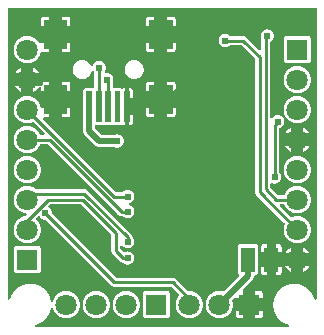
<source format=gbl>
G04 Layer: BottomLayer*
G04 EasyEDA v6.4.0, 2020-07-20T23:37:23+02:00*
G04 8414f0393b39484c82beb45b477d05cc,d798ca008b2c48fc9d28453cf4f639a5,10*
G04 Gerber Generator version 0.2*
G04 Scale: 100 percent, Rotated: No, Reflected: No *
G04 Dimensions in millimeters *
G04 leading zeros omitted , absolute positions ,3 integer and 3 decimal *
%FSLAX33Y33*%
%MOMM*%
G90*
G71D02*

%ADD10C,0.254000*%
%ADD11C,0.508000*%
%ADD12C,0.611022*%
%ADD20R,1.198880X2.159000*%
%ADD21C,1.799996*%
%ADD22R,1.799996X1.799996*%

%LPD*%
G36*
G01X26311Y27302D02*
G01X358Y27302D01*
G01X343Y27301D01*
G01X329Y27298D01*
G01X315Y27293D01*
G01X303Y27286D01*
G01X291Y27277D01*
G01X281Y27267D01*
G01X272Y27255D01*
G01X265Y27243D01*
G01X260Y27229D01*
G01X257Y27215D01*
G01X256Y27200D01*
G01X256Y2677D01*
G01X257Y2663D01*
G01X260Y2649D01*
G01X265Y2635D01*
G01X272Y2623D01*
G01X281Y2611D01*
G01X291Y2601D01*
G01X303Y2592D01*
G01X315Y2585D01*
G01X329Y2580D01*
G01X343Y2577D01*
G01X358Y2576D01*
G01X372Y2577D01*
G01X386Y2580D01*
G01X400Y2585D01*
G01X413Y2592D01*
G01X424Y2601D01*
G01X435Y2611D01*
G01X443Y2623D01*
G01X450Y2636D01*
G01X455Y2649D01*
G01X473Y2707D01*
G01X492Y2764D01*
G01X514Y2820D01*
G01X537Y2875D01*
G01X563Y2930D01*
G01X590Y2984D01*
G01X619Y3037D01*
G01X649Y3088D01*
G01X682Y3139D01*
G01X716Y3189D01*
G01X752Y3237D01*
G01X789Y3284D01*
G01X828Y3330D01*
G01X869Y3374D01*
G01X911Y3417D01*
G01X954Y3459D01*
G01X999Y3499D01*
G01X1045Y3538D01*
G01X1093Y3575D01*
G01X1141Y3610D01*
G01X1191Y3644D01*
G01X1242Y3676D01*
G01X1294Y3706D01*
G01X1347Y3735D01*
G01X1401Y3761D01*
G01X1456Y3786D01*
G01X1512Y3809D01*
G01X1568Y3830D01*
G01X1625Y3849D01*
G01X1683Y3866D01*
G01X1741Y3881D01*
G01X1800Y3894D01*
G01X1859Y3906D01*
G01X1918Y3915D01*
G01X1978Y3922D01*
G01X2038Y3927D01*
G01X2098Y3930D01*
G01X2159Y3931D01*
G01X2220Y3930D01*
G01X2281Y3927D01*
G01X2342Y3922D01*
G01X2403Y3914D01*
G01X2463Y3905D01*
G01X2523Y3893D01*
G01X2583Y3880D01*
G01X2642Y3864D01*
G01X2700Y3846D01*
G01X2758Y3826D01*
G01X2816Y3805D01*
G01X2872Y3781D01*
G01X2928Y3755D01*
G01X2982Y3728D01*
G01X3036Y3699D01*
G01X3089Y3667D01*
G01X3140Y3634D01*
G01X3191Y3600D01*
G01X3240Y3563D01*
G01X3288Y3525D01*
G01X3334Y3485D01*
G01X3379Y3444D01*
G01X3423Y3401D01*
G01X3465Y3356D01*
G01X3505Y3311D01*
G01X3544Y3264D01*
G01X3582Y3215D01*
G01X3617Y3165D01*
G01X3651Y3114D01*
G01X3683Y3062D01*
G01X3714Y3009D01*
G01X3742Y2955D01*
G01X3769Y2900D01*
G01X3793Y2844D01*
G01X3816Y2787D01*
G01X3837Y2729D01*
G01X3855Y2671D01*
G01X3872Y2612D01*
G01X3887Y2553D01*
G01X3899Y2493D01*
G01X3903Y2478D01*
G01X3910Y2464D01*
G01X3918Y2450D01*
G01X3928Y2439D01*
G01X3940Y2429D01*
G01X3954Y2421D01*
G01X3968Y2415D01*
G01X3983Y2412D01*
G01X3999Y2410D01*
G01X4013Y2411D01*
G01X4028Y2414D01*
G01X4054Y2426D01*
G01X4066Y2435D01*
G01X4076Y2445D01*
G01X4085Y2457D01*
G01X4097Y2483D01*
G01X4111Y2531D01*
G01X4128Y2577D01*
G01X4147Y2623D01*
G01X4168Y2668D01*
G01X4191Y2712D01*
G01X4216Y2755D01*
G01X4242Y2797D01*
G01X4270Y2838D01*
G01X4300Y2877D01*
G01X4332Y2915D01*
G01X4365Y2952D01*
G01X4400Y2987D01*
G01X4436Y3021D01*
G01X4474Y3053D01*
G01X4513Y3084D01*
G01X4553Y3113D01*
G01X4595Y3140D01*
G01X4637Y3165D01*
G01X4681Y3189D01*
G01X4726Y3210D01*
G01X4771Y3230D01*
G01X4818Y3248D01*
G01X4865Y3263D01*
G01X4912Y3277D01*
G01X4961Y3289D01*
G01X5009Y3298D01*
G01X5058Y3305D01*
G01X5107Y3311D01*
G01X5157Y3314D01*
G01X5207Y3315D01*
G01X5256Y3314D01*
G01X5305Y3311D01*
G01X5353Y3306D01*
G01X5402Y3298D01*
G01X5450Y3289D01*
G01X5498Y3278D01*
G01X5545Y3264D01*
G01X5592Y3249D01*
G01X5638Y3232D01*
G01X5683Y3212D01*
G01X5727Y3191D01*
G01X5771Y3168D01*
G01X5813Y3143D01*
G01X5854Y3117D01*
G01X5894Y3088D01*
G01X5933Y3058D01*
G01X5971Y3027D01*
G01X6007Y2993D01*
G01X6041Y2959D01*
G01X6075Y2923D01*
G01X6106Y2885D01*
G01X6136Y2846D01*
G01X6165Y2806D01*
G01X6191Y2765D01*
G01X6216Y2723D01*
G01X6239Y2679D01*
G01X6260Y2635D01*
G01X6280Y2590D01*
G01X6297Y2544D01*
G01X6312Y2497D01*
G01X6326Y2450D01*
G01X6337Y2402D01*
G01X6346Y2354D01*
G01X6354Y2305D01*
G01X6359Y2257D01*
G01X6362Y2208D01*
G01X6363Y2159D01*
G01X6362Y2109D01*
G01X6359Y2060D01*
G01X6354Y2012D01*
G01X6346Y1963D01*
G01X6337Y1915D01*
G01X6326Y1867D01*
G01X6312Y1820D01*
G01X6297Y1773D01*
G01X6280Y1727D01*
G01X6260Y1682D01*
G01X6239Y1638D01*
G01X6216Y1594D01*
G01X6191Y1552D01*
G01X6165Y1511D01*
G01X6136Y1471D01*
G01X6106Y1432D01*
G01X6075Y1394D01*
G01X6041Y1358D01*
G01X6007Y1324D01*
G01X5971Y1290D01*
G01X5933Y1259D01*
G01X5894Y1229D01*
G01X5854Y1200D01*
G01X5813Y1174D01*
G01X5771Y1149D01*
G01X5727Y1126D01*
G01X5683Y1105D01*
G01X5638Y1085D01*
G01X5592Y1068D01*
G01X5545Y1053D01*
G01X5498Y1039D01*
G01X5450Y1028D01*
G01X5402Y1019D01*
G01X5353Y1011D01*
G01X5305Y1006D01*
G01X5256Y1003D01*
G01X5207Y1002D01*
G01X5157Y1003D01*
G01X5107Y1006D01*
G01X5058Y1012D01*
G01X5009Y1019D01*
G01X4961Y1028D01*
G01X4912Y1040D01*
G01X4865Y1054D01*
G01X4818Y1069D01*
G01X4771Y1087D01*
G01X4726Y1107D01*
G01X4681Y1128D01*
G01X4637Y1152D01*
G01X4595Y1177D01*
G01X4553Y1204D01*
G01X4513Y1233D01*
G01X4474Y1264D01*
G01X4436Y1296D01*
G01X4400Y1330D01*
G01X4365Y1365D01*
G01X4332Y1402D01*
G01X4300Y1440D01*
G01X4270Y1479D01*
G01X4242Y1520D01*
G01X4216Y1562D01*
G01X4191Y1605D01*
G01X4168Y1649D01*
G01X4147Y1694D01*
G01X4128Y1740D01*
G01X4111Y1786D01*
G01X4097Y1834D01*
G01X4085Y1860D01*
G01X4076Y1872D01*
G01X4066Y1882D01*
G01X4054Y1891D01*
G01X4028Y1903D01*
G01X4013Y1906D01*
G01X3999Y1907D01*
G01X3983Y1905D01*
G01X3968Y1902D01*
G01X3954Y1896D01*
G01X3940Y1888D01*
G01X3928Y1878D01*
G01X3918Y1867D01*
G01X3910Y1853D01*
G01X3903Y1839D01*
G01X3899Y1824D01*
G01X3887Y1765D01*
G01X3872Y1705D01*
G01X3856Y1647D01*
G01X3837Y1589D01*
G01X3816Y1531D01*
G01X3794Y1475D01*
G01X3769Y1419D01*
G01X3743Y1364D01*
G01X3715Y1310D01*
G01X3685Y1257D01*
G01X3653Y1205D01*
G01X3619Y1154D01*
G01X3584Y1105D01*
G01X3547Y1056D01*
G01X3508Y1009D01*
G01X3467Y963D01*
G01X3426Y919D01*
G01X3382Y876D01*
G01X3337Y835D01*
G01X3291Y795D01*
G01X3244Y757D01*
G01X3195Y721D01*
G01X3145Y686D01*
G01X3094Y653D01*
G01X3041Y621D01*
G01X2988Y592D01*
G01X2934Y564D01*
G01X2878Y539D01*
G01X2822Y515D01*
G01X2765Y493D01*
G01X2708Y473D01*
G01X2649Y455D01*
G01X2636Y450D01*
G01X2623Y443D01*
G01X2611Y435D01*
G01X2601Y424D01*
G01X2592Y413D01*
G01X2585Y400D01*
G01X2580Y386D01*
G01X2577Y372D01*
G01X2576Y358D01*
G01X2577Y343D01*
G01X2580Y329D01*
G01X2585Y315D01*
G01X2592Y303D01*
G01X2601Y291D01*
G01X2611Y281D01*
G01X2623Y272D01*
G01X2635Y265D01*
G01X2649Y260D01*
G01X2663Y257D01*
G01X2677Y256D01*
G01X23992Y256D01*
G01X24006Y257D01*
G01X24020Y260D01*
G01X24034Y265D01*
G01X24046Y272D01*
G01X24058Y281D01*
G01X24068Y291D01*
G01X24077Y303D01*
G01X24084Y315D01*
G01X24089Y329D01*
G01X24092Y343D01*
G01X24093Y358D01*
G01X24092Y372D01*
G01X24089Y386D01*
G01X24084Y400D01*
G01X24077Y413D01*
G01X24068Y424D01*
G01X24058Y435D01*
G01X24046Y443D01*
G01X24033Y450D01*
G01X24020Y455D01*
G01X23962Y473D01*
G01X23905Y492D01*
G01X23849Y514D01*
G01X23794Y537D01*
G01X23739Y563D01*
G01X23685Y590D01*
G01X23632Y619D01*
G01X23581Y649D01*
G01X23530Y682D01*
G01X23480Y716D01*
G01X23432Y752D01*
G01X23385Y789D01*
G01X23339Y828D01*
G01X23295Y869D01*
G01X23252Y911D01*
G01X23210Y954D01*
G01X23170Y999D01*
G01X23131Y1045D01*
G01X23094Y1093D01*
G01X23059Y1141D01*
G01X23025Y1191D01*
G01X22993Y1242D01*
G01X22963Y1294D01*
G01X22934Y1347D01*
G01X22908Y1401D01*
G01X22883Y1456D01*
G01X22860Y1512D01*
G01X22839Y1568D01*
G01X22820Y1625D01*
G01X22803Y1683D01*
G01X22788Y1741D01*
G01X22775Y1800D01*
G01X22763Y1859D01*
G01X22754Y1918D01*
G01X22747Y1978D01*
G01X22742Y2038D01*
G01X22739Y2098D01*
G01X22738Y2159D01*
G01X22739Y2219D01*
G01X22742Y2279D01*
G01X22747Y2340D01*
G01X22754Y2400D01*
G01X22764Y2460D01*
G01X22775Y2519D01*
G01X22788Y2578D01*
G01X22804Y2637D01*
G01X22821Y2695D01*
G01X22840Y2752D01*
G01X22862Y2809D01*
G01X22885Y2865D01*
G01X22910Y2920D01*
G01X22937Y2974D01*
G01X22965Y3027D01*
G01X22996Y3079D01*
G01X23028Y3131D01*
G01X23062Y3181D01*
G01X23098Y3230D01*
G01X23136Y3277D01*
G01X23175Y3323D01*
G01X23215Y3368D01*
G01X23257Y3412D01*
G01X23301Y3454D01*
G01X23346Y3494D01*
G01X23392Y3533D01*
G01X23439Y3571D01*
G01X23488Y3607D01*
G01X23538Y3641D01*
G01X23590Y3673D01*
G01X23642Y3704D01*
G01X23695Y3732D01*
G01X23749Y3759D01*
G01X23804Y3784D01*
G01X23860Y3807D01*
G01X23917Y3829D01*
G01X23974Y3848D01*
G01X24032Y3865D01*
G01X24091Y3881D01*
G01X24150Y3894D01*
G01X24209Y3905D01*
G01X24269Y3915D01*
G01X24329Y3922D01*
G01X24390Y3927D01*
G01X24450Y3930D01*
G01X24511Y3931D01*
G01X24571Y3930D01*
G01X24631Y3927D01*
G01X24691Y3922D01*
G01X24751Y3915D01*
G01X24810Y3906D01*
G01X24869Y3894D01*
G01X24928Y3881D01*
G01X24986Y3866D01*
G01X25044Y3849D01*
G01X25101Y3830D01*
G01X25157Y3809D01*
G01X25213Y3786D01*
G01X25268Y3761D01*
G01X25322Y3735D01*
G01X25375Y3706D01*
G01X25427Y3676D01*
G01X25478Y3644D01*
G01X25528Y3610D01*
G01X25576Y3575D01*
G01X25624Y3538D01*
G01X25670Y3499D01*
G01X25715Y3459D01*
G01X25758Y3417D01*
G01X25800Y3374D01*
G01X25841Y3330D01*
G01X25880Y3284D01*
G01X25917Y3237D01*
G01X25953Y3189D01*
G01X25987Y3139D01*
G01X26020Y3088D01*
G01X26050Y3037D01*
G01X26079Y2984D01*
G01X26106Y2930D01*
G01X26132Y2875D01*
G01X26155Y2820D01*
G01X26177Y2764D01*
G01X26196Y2707D01*
G01X26214Y2649D01*
G01X26219Y2636D01*
G01X26226Y2623D01*
G01X26234Y2611D01*
G01X26245Y2601D01*
G01X26256Y2592D01*
G01X26269Y2585D01*
G01X26283Y2580D01*
G01X26297Y2577D01*
G01X26311Y2576D01*
G01X26326Y2577D01*
G01X26340Y2580D01*
G01X26354Y2585D01*
G01X26366Y2592D01*
G01X26378Y2601D01*
G01X26388Y2611D01*
G01X26397Y2623D01*
G01X26404Y2635D01*
G01X26409Y2649D01*
G01X26412Y2663D01*
G01X26413Y2677D01*
G01X26413Y27200D01*
G01X26412Y27215D01*
G01X26409Y27229D01*
G01X26404Y27243D01*
G01X26397Y27255D01*
G01X26388Y27267D01*
G01X26378Y27277D01*
G01X26366Y27286D01*
G01X26354Y27293D01*
G01X26340Y27298D01*
G01X26326Y27301D01*
G01X26311Y27302D01*
G37*

%LPC*%
G36*
G01X1955Y12204D02*
G01X1905Y12205D01*
G01X1855Y12204D01*
G01X1806Y12201D01*
G01X1758Y12196D01*
G01X1709Y12188D01*
G01X1661Y12179D01*
G01X1613Y12168D01*
G01X1566Y12154D01*
G01X1519Y12139D01*
G01X1473Y12122D01*
G01X1428Y12102D01*
G01X1384Y12081D01*
G01X1340Y12058D01*
G01X1298Y12033D01*
G01X1257Y12007D01*
G01X1217Y11978D01*
G01X1178Y11948D01*
G01X1140Y11917D01*
G01X1104Y11883D01*
G01X1070Y11849D01*
G01X1036Y11813D01*
G01X1005Y11775D01*
G01X975Y11736D01*
G01X946Y11696D01*
G01X920Y11655D01*
G01X895Y11613D01*
G01X872Y11569D01*
G01X851Y11525D01*
G01X831Y11480D01*
G01X814Y11434D01*
G01X799Y11387D01*
G01X785Y11340D01*
G01X774Y11292D01*
G01X765Y11244D01*
G01X757Y11195D01*
G01X752Y11147D01*
G01X749Y11098D01*
G01X748Y11049D01*
G01X749Y10999D01*
G01X752Y10950D01*
G01X757Y10901D01*
G01X765Y10853D01*
G01X774Y10804D01*
G01X785Y10757D01*
G01X799Y10709D01*
G01X814Y10663D01*
G01X832Y10617D01*
G01X851Y10571D01*
G01X872Y10527D01*
G01X895Y10484D01*
G01X920Y10441D01*
G01X947Y10400D01*
G01X975Y10360D01*
G01X1006Y10321D01*
G01X1037Y10283D01*
G01X1071Y10247D01*
G01X1105Y10212D01*
G01X1142Y10179D01*
G01X1179Y10147D01*
G01X1218Y10117D01*
G01X1259Y10089D01*
G01X1300Y10063D01*
G01X1342Y10038D01*
G01X1386Y10015D01*
G01X1430Y9994D01*
G01X1476Y9974D01*
G01X1522Y9957D01*
G01X1568Y9942D01*
G01X1616Y9929D01*
G01X1664Y9917D01*
G01X1712Y9908D01*
G01X1761Y9901D01*
G01X1775Y9898D01*
G01X1789Y9893D01*
G01X1802Y9886D01*
G01X1814Y9878D01*
G01X1824Y9867D01*
G01X1833Y9856D01*
G01X1840Y9843D01*
G01X1845Y9829D01*
G01X1849Y9815D01*
G01X1850Y9800D01*
G01X1848Y9784D01*
G01X1845Y9769D01*
G01X1839Y9754D01*
G01X1830Y9740D01*
G01X1820Y9728D01*
G01X1769Y9678D01*
G01X1757Y9667D01*
G01X1744Y9659D01*
G01X1729Y9653D01*
G01X1714Y9649D01*
G01X1666Y9640D01*
G01X1618Y9629D01*
G01X1570Y9616D01*
G01X1523Y9600D01*
G01X1477Y9583D01*
G01X1432Y9564D01*
G01X1387Y9543D01*
G01X1344Y9520D01*
G01X1301Y9495D01*
G01X1260Y9469D01*
G01X1220Y9440D01*
G01X1180Y9410D01*
G01X1143Y9379D01*
G01X1106Y9346D01*
G01X1071Y9311D01*
G01X1038Y9275D01*
G01X1006Y9237D01*
G01X976Y9198D01*
G01X948Y9158D01*
G01X921Y9117D01*
G01X896Y9074D01*
G01X873Y9031D01*
G01X851Y8986D01*
G01X832Y8941D01*
G01X814Y8895D01*
G01X799Y8848D01*
G01X786Y8801D01*
G01X774Y8753D01*
G01X765Y8705D01*
G01X757Y8656D01*
G01X752Y8607D01*
G01X749Y8558D01*
G01X748Y8509D01*
G01X749Y8459D01*
G01X752Y8410D01*
G01X757Y8362D01*
G01X765Y8313D01*
G01X774Y8265D01*
G01X785Y8217D01*
G01X799Y8170D01*
G01X814Y8123D01*
G01X831Y8077D01*
G01X851Y8032D01*
G01X872Y7988D01*
G01X895Y7944D01*
G01X920Y7902D01*
G01X946Y7861D01*
G01X975Y7821D01*
G01X1005Y7782D01*
G01X1036Y7744D01*
G01X1070Y7708D01*
G01X1104Y7674D01*
G01X1140Y7640D01*
G01X1178Y7609D01*
G01X1217Y7579D01*
G01X1257Y7550D01*
G01X1298Y7524D01*
G01X1340Y7499D01*
G01X1384Y7476D01*
G01X1428Y7455D01*
G01X1473Y7435D01*
G01X1519Y7418D01*
G01X1566Y7403D01*
G01X1613Y7389D01*
G01X1661Y7378D01*
G01X1709Y7369D01*
G01X1758Y7361D01*
G01X1806Y7356D01*
G01X1855Y7353D01*
G01X1905Y7352D01*
G01X1954Y7353D01*
G01X2003Y7356D01*
G01X2051Y7361D01*
G01X2100Y7369D01*
G01X2148Y7378D01*
G01X2196Y7389D01*
G01X2243Y7403D01*
G01X2290Y7418D01*
G01X2336Y7435D01*
G01X2381Y7455D01*
G01X2425Y7476D01*
G01X2469Y7499D01*
G01X2511Y7524D01*
G01X2552Y7550D01*
G01X2592Y7579D01*
G01X2631Y7609D01*
G01X2669Y7640D01*
G01X2705Y7674D01*
G01X2739Y7708D01*
G01X2773Y7744D01*
G01X2804Y7782D01*
G01X2834Y7821D01*
G01X2863Y7861D01*
G01X2889Y7902D01*
G01X2914Y7944D01*
G01X2937Y7988D01*
G01X2958Y8032D01*
G01X2978Y8077D01*
G01X2995Y8123D01*
G01X3010Y8170D01*
G01X3024Y8217D01*
G01X3035Y8265D01*
G01X3044Y8313D01*
G01X3052Y8362D01*
G01X3057Y8410D01*
G01X3060Y8459D01*
G01X3061Y8509D01*
G01X3060Y8559D01*
G01X3057Y8609D01*
G01X3051Y8659D01*
G01X3044Y8709D01*
G01X3034Y8759D01*
G01X3022Y8808D01*
G01X3008Y8856D01*
G01X2991Y8904D01*
G01X2973Y8951D01*
G01X2953Y8997D01*
G01X2931Y9042D01*
G01X2906Y9086D01*
G01X2880Y9129D01*
G01X2852Y9171D01*
G01X2823Y9212D01*
G01X2791Y9251D01*
G01X2758Y9289D01*
G01X2723Y9326D01*
G01X2687Y9360D01*
G01X2675Y9373D01*
G01X2666Y9387D01*
G01X2659Y9402D01*
G01X2655Y9419D01*
G01X2654Y9435D01*
G01X2655Y9451D01*
G01X2659Y9467D01*
G01X2665Y9481D01*
G01X2673Y9495D01*
G01X2684Y9507D01*
G01X2797Y9621D01*
G01X2809Y9631D01*
G01X2823Y9639D01*
G01X2837Y9645D01*
G01X2853Y9649D01*
G01X2869Y9650D01*
G01X2883Y9649D01*
G01X2898Y9646D01*
G01X2911Y9641D01*
G01X2924Y9634D01*
G01X2936Y9625D01*
G01X2946Y9615D01*
G01X2955Y9603D01*
G01X2974Y9575D01*
G01X2995Y9548D01*
G01X3017Y9523D01*
G01X3041Y9499D01*
G01X3066Y9476D01*
G01X3093Y9455D01*
G01X3121Y9435D01*
G01X3150Y9417D01*
G01X3180Y9401D01*
G01X3211Y9387D01*
G01X3243Y9375D01*
G01X3275Y9365D01*
G01X3308Y9357D01*
G01X3341Y9350D01*
G01X3375Y9346D01*
G01X3409Y9344D01*
G01X3424Y9342D01*
G01X3439Y9338D01*
G01X3453Y9332D01*
G01X3466Y9324D01*
G01X3478Y9314D01*
G01X8999Y3792D01*
G01X9021Y3772D01*
G01X9045Y3753D01*
G01X9070Y3736D01*
G01X9096Y3722D01*
G01X9124Y3709D01*
G01X9152Y3699D01*
G01X9181Y3691D01*
G01X9211Y3685D01*
G01X9240Y3681D01*
G01X9271Y3680D01*
G01X14023Y3680D01*
G01X14038Y3679D01*
G01X14054Y3675D01*
G01X14069Y3669D01*
G01X14082Y3661D01*
G01X14094Y3650D01*
G01X14718Y3026D01*
G01X14728Y3014D01*
G01X14737Y3001D01*
G01X14743Y2986D01*
G01X14747Y2971D01*
G01X14748Y2955D01*
G01X14746Y2937D01*
G01X14742Y2921D01*
G01X14735Y2905D01*
G01X14725Y2890D01*
G01X14694Y2851D01*
G01X14666Y2811D01*
G01X14639Y2770D01*
G01X14613Y2727D01*
G01X14590Y2683D01*
G01X14568Y2639D01*
G01X14549Y2593D01*
G01X14531Y2547D01*
G01X14516Y2500D01*
G01X14502Y2452D01*
G01X14490Y2404D01*
G01X14481Y2356D01*
G01X14473Y2307D01*
G01X14468Y2257D01*
G01X14465Y2208D01*
G01X14464Y2159D01*
G01X14465Y2109D01*
G01X14468Y2060D01*
G01X14473Y2012D01*
G01X14481Y1963D01*
G01X14490Y1915D01*
G01X14501Y1867D01*
G01X14515Y1820D01*
G01X14530Y1773D01*
G01X14547Y1727D01*
G01X14567Y1682D01*
G01X14588Y1638D01*
G01X14611Y1594D01*
G01X14636Y1552D01*
G01X14662Y1511D01*
G01X14691Y1471D01*
G01X14721Y1432D01*
G01X14752Y1394D01*
G01X14786Y1358D01*
G01X14820Y1324D01*
G01X14856Y1290D01*
G01X14894Y1259D01*
G01X14933Y1229D01*
G01X14973Y1200D01*
G01X15014Y1174D01*
G01X15056Y1149D01*
G01X15100Y1126D01*
G01X15144Y1105D01*
G01X15189Y1085D01*
G01X15235Y1068D01*
G01X15282Y1053D01*
G01X15329Y1039D01*
G01X15377Y1028D01*
G01X15425Y1019D01*
G01X15474Y1011D01*
G01X15522Y1006D01*
G01X15571Y1003D01*
G01X15621Y1002D01*
G01X15670Y1003D01*
G01X15719Y1006D01*
G01X15767Y1011D01*
G01X15816Y1019D01*
G01X15864Y1028D01*
G01X15912Y1039D01*
G01X15959Y1053D01*
G01X16006Y1068D01*
G01X16052Y1085D01*
G01X16097Y1105D01*
G01X16141Y1126D01*
G01X16185Y1149D01*
G01X16227Y1174D01*
G01X16268Y1200D01*
G01X16308Y1229D01*
G01X16347Y1259D01*
G01X16385Y1290D01*
G01X16421Y1324D01*
G01X16455Y1358D01*
G01X16489Y1394D01*
G01X16520Y1432D01*
G01X16550Y1471D01*
G01X16579Y1511D01*
G01X16605Y1552D01*
G01X16630Y1594D01*
G01X16653Y1638D01*
G01X16674Y1682D01*
G01X16694Y1727D01*
G01X16711Y1773D01*
G01X16726Y1820D01*
G01X16740Y1867D01*
G01X16751Y1915D01*
G01X16760Y1963D01*
G01X16768Y2012D01*
G01X16773Y2060D01*
G01X16776Y2109D01*
G01X16777Y2159D01*
G01X16776Y2208D01*
G01X16773Y2257D01*
G01X16768Y2305D01*
G01X16760Y2354D01*
G01X16751Y2402D01*
G01X16740Y2450D01*
G01X16726Y2497D01*
G01X16711Y2544D01*
G01X16694Y2590D01*
G01X16674Y2635D01*
G01X16653Y2679D01*
G01X16630Y2723D01*
G01X16605Y2765D01*
G01X16579Y2806D01*
G01X16550Y2846D01*
G01X16520Y2885D01*
G01X16489Y2923D01*
G01X16455Y2959D01*
G01X16421Y2993D01*
G01X16385Y3027D01*
G01X16347Y3058D01*
G01X16308Y3088D01*
G01X16268Y3117D01*
G01X16227Y3143D01*
G01X16185Y3168D01*
G01X16141Y3191D01*
G01X16097Y3212D01*
G01X16052Y3232D01*
G01X16006Y3249D01*
G01X15959Y3264D01*
G01X15912Y3278D01*
G01X15864Y3289D01*
G01X15816Y3298D01*
G01X15767Y3306D01*
G01X15719Y3311D01*
G01X15670Y3314D01*
G01X15621Y3315D01*
G01X15563Y3314D01*
G01X15558Y3313D01*
G01X15542Y3315D01*
G01X15527Y3318D01*
G01X15512Y3325D01*
G01X15498Y3333D01*
G01X15486Y3343D01*
G01X14495Y4335D01*
G01X14473Y4355D01*
G01X14449Y4374D01*
G01X14424Y4391D01*
G01X14398Y4405D01*
G01X14370Y4418D01*
G01X14342Y4428D01*
G01X14313Y4436D01*
G01X14283Y4442D01*
G01X14254Y4446D01*
G01X14224Y4447D01*
G01X9471Y4447D01*
G01X9456Y4448D01*
G01X9440Y4452D01*
G01X9425Y4458D01*
G01X9412Y4466D01*
G01X9400Y4477D01*
G01X4020Y9856D01*
G01X4010Y9868D01*
G01X4002Y9881D01*
G01X3996Y9895D01*
G01X3992Y9910D01*
G01X3990Y9925D01*
G01X3988Y9959D01*
G01X3984Y9993D01*
G01X3977Y10026D01*
G01X3969Y10059D01*
G01X3959Y10091D01*
G01X3947Y10123D01*
G01X3933Y10154D01*
G01X3917Y10184D01*
G01X3899Y10213D01*
G01X3879Y10241D01*
G01X3858Y10268D01*
G01X3835Y10293D01*
G01X3811Y10317D01*
G01X3786Y10339D01*
G01X3759Y10360D01*
G01X3731Y10379D01*
G01X3719Y10388D01*
G01X3709Y10398D01*
G01X3700Y10410D01*
G01X3693Y10423D01*
G01X3688Y10436D01*
G01X3685Y10451D01*
G01X3684Y10465D01*
G01X3685Y10481D01*
G01X3689Y10497D01*
G01X3695Y10511D01*
G01X3703Y10525D01*
G01X3713Y10537D01*
G01X3812Y10635D01*
G01X3824Y10646D01*
G01X3837Y10654D01*
G01X3852Y10660D01*
G01X3868Y10664D01*
G01X3883Y10665D01*
G01X6403Y10665D01*
G01X6418Y10664D01*
G01X6434Y10660D01*
G01X6449Y10654D01*
G01X6462Y10646D01*
G01X6474Y10635D01*
G01X8984Y8125D01*
G01X8995Y8113D01*
G01X9003Y8100D01*
G01X9009Y8085D01*
G01X9013Y8069D01*
G01X9014Y8054D01*
G01X9014Y6731D01*
G01X9015Y6700D01*
G01X9019Y6671D01*
G01X9025Y6641D01*
G01X9033Y6612D01*
G01X9043Y6584D01*
G01X9056Y6556D01*
G01X9070Y6530D01*
G01X9087Y6505D01*
G01X9106Y6481D01*
G01X9126Y6459D01*
G01X9761Y5824D01*
G01X9783Y5804D01*
G01X9807Y5786D01*
G01X9831Y5769D01*
G01X9857Y5754D01*
G01X9884Y5742D01*
G01X9912Y5731D01*
G01X9941Y5723D01*
G01X9970Y5717D01*
G01X9985Y5713D01*
G01X9999Y5708D01*
G01X10012Y5700D01*
G01X10024Y5690D01*
G01X10051Y5666D01*
G01X10079Y5644D01*
G01X10108Y5623D01*
G01X10139Y5605D01*
G01X10171Y5588D01*
G01X10204Y5574D01*
G01X10237Y5562D01*
G01X10272Y5552D01*
G01X10307Y5544D01*
G01X10342Y5538D01*
G01X10378Y5535D01*
G01X10414Y5533D01*
G01X10447Y5534D01*
G01X10481Y5538D01*
G01X10515Y5543D01*
G01X10548Y5550D01*
G01X10581Y5559D01*
G01X10613Y5570D01*
G01X10644Y5583D01*
G01X10675Y5598D01*
G01X10704Y5615D01*
G01X10733Y5633D01*
G01X10760Y5653D01*
G01X10786Y5675D01*
G01X10811Y5698D01*
G01X10834Y5723D01*
G01X10856Y5749D01*
G01X10876Y5776D01*
G01X10894Y5805D01*
G01X10911Y5834D01*
G01X10926Y5865D01*
G01X10939Y5896D01*
G01X10950Y5928D01*
G01X10959Y5961D01*
G01X10966Y5994D01*
G01X10971Y6028D01*
G01X10975Y6062D01*
G01X10976Y6096D01*
G01X10975Y6129D01*
G01X10971Y6163D01*
G01X10966Y6197D01*
G01X10959Y6230D01*
G01X10950Y6263D01*
G01X10939Y6295D01*
G01X10926Y6326D01*
G01X10911Y6357D01*
G01X10894Y6386D01*
G01X10876Y6415D01*
G01X10856Y6442D01*
G01X10834Y6468D01*
G01X10811Y6493D01*
G01X10786Y6516D01*
G01X10760Y6538D01*
G01X10733Y6558D01*
G01X10704Y6576D01*
G01X10675Y6593D01*
G01X10644Y6608D01*
G01X10613Y6621D01*
G01X10581Y6632D01*
G01X10548Y6641D01*
G01X10515Y6648D01*
G01X10481Y6653D01*
G01X10447Y6657D01*
G01X10414Y6658D01*
G01X10377Y6656D01*
G01X10341Y6653D01*
G01X10305Y6647D01*
G01X10269Y6639D01*
G01X10234Y6628D01*
G01X10200Y6615D01*
G01X10167Y6601D01*
G01X10153Y6595D01*
G01X10138Y6591D01*
G01X10122Y6590D01*
G01X10106Y6591D01*
G01X10091Y6595D01*
G01X10076Y6601D01*
G01X10063Y6610D01*
G01X10050Y6620D01*
G01X9811Y6860D01*
G01X9800Y6872D01*
G01X9792Y6885D01*
G01X9786Y6900D01*
G01X9782Y6916D01*
G01X9781Y6931D01*
G01X9781Y7094D01*
G01X9782Y7109D01*
G01X9785Y7123D01*
G01X9790Y7136D01*
G01X9797Y7149D01*
G01X9806Y7161D01*
G01X9816Y7171D01*
G01X9828Y7180D01*
G01X9840Y7187D01*
G01X9854Y7192D01*
G01X9868Y7195D01*
G01X9883Y7196D01*
G01X9898Y7195D01*
G01X9914Y7191D01*
G01X9928Y7185D01*
G01X9942Y7177D01*
G01X9954Y7167D01*
G01X9964Y7155D01*
G01X9986Y7128D01*
G01X10009Y7102D01*
G01X10034Y7078D01*
G01X10060Y7055D01*
G01X10088Y7034D01*
G01X10117Y7015D01*
G01X10147Y6998D01*
G01X10178Y6982D01*
G01X10210Y6969D01*
G01X10243Y6957D01*
G01X10276Y6948D01*
G01X10310Y6940D01*
G01X10344Y6935D01*
G01X10379Y6932D01*
G01X10414Y6930D01*
G01X10447Y6931D01*
G01X10481Y6935D01*
G01X10515Y6940D01*
G01X10548Y6947D01*
G01X10581Y6956D01*
G01X10613Y6967D01*
G01X10644Y6980D01*
G01X10675Y6995D01*
G01X10704Y7012D01*
G01X10733Y7030D01*
G01X10760Y7050D01*
G01X10786Y7072D01*
G01X10811Y7095D01*
G01X10834Y7120D01*
G01X10856Y7146D01*
G01X10876Y7173D01*
G01X10894Y7202D01*
G01X10911Y7231D01*
G01X10926Y7262D01*
G01X10939Y7293D01*
G01X10950Y7325D01*
G01X10959Y7358D01*
G01X10966Y7391D01*
G01X10971Y7425D01*
G01X10975Y7459D01*
G01X10976Y7493D01*
G01X10974Y7528D01*
G01X10971Y7564D01*
G01X10965Y7599D01*
G01X10957Y7634D01*
G01X10947Y7669D01*
G01X10935Y7702D01*
G01X10921Y7735D01*
G01X10904Y7767D01*
G01X10886Y7798D01*
G01X10865Y7827D01*
G01X10843Y7855D01*
G01X10819Y7882D01*
G01X10809Y7894D01*
G01X10801Y7907D01*
G01X10796Y7921D01*
G01X10792Y7936D01*
G01X10786Y7965D01*
G01X10778Y7994D01*
G01X10767Y8022D01*
G01X10755Y8049D01*
G01X10740Y8075D01*
G01X10723Y8099D01*
G01X10705Y8123D01*
G01X10685Y8145D01*
G01X7002Y11828D01*
G01X6980Y11848D01*
G01X6956Y11867D01*
G01X6931Y11884D01*
G01X6905Y11898D01*
G01X6877Y11911D01*
G01X6849Y11921D01*
G01X6820Y11929D01*
G01X6790Y11935D01*
G01X6761Y11939D01*
G01X6731Y11940D01*
G01X2677Y11940D01*
G01X2660Y11941D01*
G01X2644Y11946D01*
G01X2629Y11952D01*
G01X2615Y11961D01*
G01X2574Y11992D01*
G01X2531Y12020D01*
G01X2488Y12047D01*
G01X2443Y12072D01*
G01X2398Y12095D01*
G01X2351Y12115D01*
G01X2304Y12134D01*
G01X2256Y12150D01*
G01X2207Y12165D01*
G01X2157Y12177D01*
G01X2107Y12187D01*
G01X2057Y12195D01*
G01X2006Y12201D01*
G01X1955Y12204D01*
G37*
G36*
G01X22258Y25453D02*
G01X22225Y25454D01*
G01X22191Y25453D01*
G01X22157Y25449D01*
G01X22123Y25444D01*
G01X22090Y25437D01*
G01X22057Y25428D01*
G01X22025Y25417D01*
G01X21994Y25404D01*
G01X21963Y25389D01*
G01X21934Y25372D01*
G01X21905Y25354D01*
G01X21878Y25334D01*
G01X21852Y25312D01*
G01X21827Y25289D01*
G01X21804Y25264D01*
G01X21782Y25238D01*
G01X21762Y25211D01*
G01X21744Y25182D01*
G01X21727Y25153D01*
G01X21712Y25122D01*
G01X21699Y25091D01*
G01X21688Y25059D01*
G01X21679Y25026D01*
G01X21672Y24993D01*
G01X21667Y24959D01*
G01X21663Y24925D01*
G01X21662Y24892D01*
G01X21664Y24854D01*
G01X21667Y24817D01*
G01X21673Y24781D01*
G01X21682Y24745D01*
G01X21693Y24709D01*
G01X21706Y24674D01*
G01X21712Y24655D01*
G01X21714Y24635D01*
G01X21714Y23777D01*
G01X21713Y23762D01*
G01X21710Y23748D01*
G01X21705Y23735D01*
G01X21698Y23722D01*
G01X21689Y23710D01*
G01X21679Y23700D01*
G01X21667Y23691D01*
G01X21655Y23684D01*
G01X21641Y23679D01*
G01X21627Y23676D01*
G01X21612Y23675D01*
G01X21596Y23676D01*
G01X21581Y23680D01*
G01X21566Y23686D01*
G01X21553Y23695D01*
G01X21541Y23705D01*
G01X20464Y24782D01*
G01X20442Y24802D01*
G01X20418Y24821D01*
G01X20393Y24838D01*
G01X20367Y24852D01*
G01X20339Y24865D01*
G01X20311Y24875D01*
G01X20282Y24883D01*
G01X20252Y24889D01*
G01X20223Y24893D01*
G01X20193Y24894D01*
G01X19121Y24894D01*
G01X19106Y24895D01*
G01X19091Y24899D01*
G01X19077Y24904D01*
G01X19064Y24912D01*
G01X19052Y24921D01*
G01X19026Y24945D01*
G01X18998Y24966D01*
G01X18969Y24986D01*
G01X18938Y25004D01*
G01X18907Y25019D01*
G01X18875Y25033D01*
G01X18842Y25045D01*
G01X18808Y25055D01*
G01X18773Y25063D01*
G01X18739Y25068D01*
G01X18704Y25071D01*
G01X18669Y25073D01*
G01X18635Y25072D01*
G01X18601Y25068D01*
G01X18567Y25063D01*
G01X18534Y25056D01*
G01X18501Y25047D01*
G01X18469Y25036D01*
G01X18438Y25023D01*
G01X18407Y25008D01*
G01X18378Y24991D01*
G01X18349Y24973D01*
G01X18322Y24953D01*
G01X18296Y24931D01*
G01X18271Y24908D01*
G01X18248Y24883D01*
G01X18226Y24857D01*
G01X18206Y24830D01*
G01X18188Y24801D01*
G01X18171Y24772D01*
G01X18156Y24741D01*
G01X18143Y24710D01*
G01X18132Y24678D01*
G01X18123Y24645D01*
G01X18116Y24612D01*
G01X18111Y24578D01*
G01X18107Y24544D01*
G01X18106Y24511D01*
G01X18107Y24477D01*
G01X18111Y24443D01*
G01X18116Y24409D01*
G01X18123Y24376D01*
G01X18132Y24343D01*
G01X18143Y24311D01*
G01X18156Y24280D01*
G01X18171Y24249D01*
G01X18188Y24220D01*
G01X18206Y24191D01*
G01X18226Y24164D01*
G01X18248Y24138D01*
G01X18271Y24113D01*
G01X18296Y24090D01*
G01X18322Y24068D01*
G01X18349Y24048D01*
G01X18378Y24030D01*
G01X18407Y24013D01*
G01X18438Y23998D01*
G01X18469Y23985D01*
G01X18501Y23974D01*
G01X18534Y23965D01*
G01X18567Y23958D01*
G01X18601Y23953D01*
G01X18635Y23949D01*
G01X18669Y23948D01*
G01X18704Y23950D01*
G01X18739Y23953D01*
G01X18773Y23958D01*
G01X18808Y23966D01*
G01X18842Y23976D01*
G01X18875Y23988D01*
G01X18907Y24002D01*
G01X18938Y24017D01*
G01X18969Y24035D01*
G01X18998Y24055D01*
G01X19026Y24076D01*
G01X19052Y24100D01*
G01X19064Y24109D01*
G01X19077Y24117D01*
G01X19091Y24122D01*
G01X19106Y24126D01*
G01X19121Y24127D01*
G01X19992Y24127D01*
G01X20007Y24126D01*
G01X20023Y24122D01*
G01X20038Y24116D01*
G01X20051Y24108D01*
G01X20063Y24097D01*
G01X21176Y22984D01*
G01X21187Y22972D01*
G01X21195Y22959D01*
G01X21201Y22944D01*
G01X21205Y22928D01*
G01X21206Y22913D01*
G01X21206Y11684D01*
G01X21207Y11653D01*
G01X21211Y11624D01*
G01X21217Y11594D01*
G01X21225Y11565D01*
G01X21235Y11537D01*
G01X21248Y11509D01*
G01X21262Y11483D01*
G01X21279Y11458D01*
G01X21298Y11434D01*
G01X21318Y11412D01*
G01X23672Y9058D01*
G01X23683Y9046D01*
G01X23691Y9032D01*
G01X23697Y9018D01*
G01X23701Y9002D01*
G01X23702Y8986D01*
G01X23700Y8967D01*
G01X23695Y8948D01*
G01X23677Y8901D01*
G01X23661Y8854D01*
G01X23647Y8805D01*
G01X23635Y8757D01*
G01X23625Y8708D01*
G01X23618Y8658D01*
G01X23612Y8608D01*
G01X23609Y8559D01*
G01X23608Y8509D01*
G01X23609Y8459D01*
G01X23612Y8410D01*
G01X23617Y8362D01*
G01X23625Y8313D01*
G01X23634Y8265D01*
G01X23645Y8217D01*
G01X23659Y8170D01*
G01X23674Y8123D01*
G01X23691Y8077D01*
G01X23711Y8032D01*
G01X23732Y7988D01*
G01X23755Y7944D01*
G01X23780Y7902D01*
G01X23806Y7861D01*
G01X23835Y7821D01*
G01X23865Y7782D01*
G01X23896Y7744D01*
G01X23930Y7708D01*
G01X23964Y7674D01*
G01X24000Y7640D01*
G01X24038Y7609D01*
G01X24077Y7579D01*
G01X24117Y7550D01*
G01X24158Y7524D01*
G01X24200Y7499D01*
G01X24244Y7476D01*
G01X24288Y7455D01*
G01X24333Y7435D01*
G01X24379Y7418D01*
G01X24426Y7403D01*
G01X24473Y7389D01*
G01X24521Y7378D01*
G01X24569Y7369D01*
G01X24618Y7361D01*
G01X24666Y7356D01*
G01X24715Y7353D01*
G01X24765Y7352D01*
G01X24814Y7353D01*
G01X24863Y7356D01*
G01X24911Y7361D01*
G01X24960Y7369D01*
G01X25008Y7378D01*
G01X25056Y7389D01*
G01X25103Y7403D01*
G01X25150Y7418D01*
G01X25196Y7435D01*
G01X25241Y7455D01*
G01X25285Y7476D01*
G01X25329Y7499D01*
G01X25371Y7524D01*
G01X25412Y7550D01*
G01X25452Y7579D01*
G01X25491Y7609D01*
G01X25529Y7640D01*
G01X25565Y7674D01*
G01X25599Y7708D01*
G01X25633Y7744D01*
G01X25664Y7782D01*
G01X25694Y7821D01*
G01X25723Y7861D01*
G01X25749Y7902D01*
G01X25774Y7944D01*
G01X25797Y7988D01*
G01X25818Y8032D01*
G01X25838Y8077D01*
G01X25855Y8123D01*
G01X25870Y8170D01*
G01X25884Y8217D01*
G01X25895Y8265D01*
G01X25904Y8313D01*
G01X25912Y8362D01*
G01X25917Y8410D01*
G01X25920Y8459D01*
G01X25921Y8509D01*
G01X25920Y8558D01*
G01X25917Y8607D01*
G01X25912Y8655D01*
G01X25904Y8704D01*
G01X25895Y8752D01*
G01X25884Y8800D01*
G01X25870Y8847D01*
G01X25855Y8894D01*
G01X25838Y8940D01*
G01X25818Y8985D01*
G01X25797Y9029D01*
G01X25774Y9073D01*
G01X25749Y9115D01*
G01X25723Y9156D01*
G01X25694Y9196D01*
G01X25664Y9235D01*
G01X25633Y9273D01*
G01X25599Y9309D01*
G01X25565Y9343D01*
G01X25529Y9377D01*
G01X25491Y9408D01*
G01X25452Y9438D01*
G01X25412Y9467D01*
G01X25371Y9493D01*
G01X25329Y9518D01*
G01X25285Y9541D01*
G01X25241Y9562D01*
G01X25196Y9582D01*
G01X25150Y9599D01*
G01X25103Y9614D01*
G01X25056Y9628D01*
G01X25008Y9639D01*
G01X24960Y9648D01*
G01X24911Y9656D01*
G01X24863Y9661D01*
G01X24814Y9664D01*
G01X24765Y9665D01*
G01X24714Y9664D01*
G01X24665Y9661D01*
G01X24615Y9655D01*
G01X24565Y9648D01*
G01X24516Y9638D01*
G01X24468Y9626D01*
G01X24419Y9612D01*
G01X24372Y9596D01*
G01X24325Y9578D01*
G01X24306Y9573D01*
G01X24287Y9571D01*
G01X24271Y9572D01*
G01X24255Y9576D01*
G01X24241Y9582D01*
G01X24227Y9590D01*
G01X24215Y9601D01*
G01X23324Y10492D01*
G01X23314Y10504D01*
G01X23305Y10517D01*
G01X23299Y10532D01*
G01X23295Y10547D01*
G01X23294Y10563D01*
G01X23295Y10578D01*
G01X23298Y10592D01*
G01X23303Y10606D01*
G01X23310Y10618D01*
G01X23319Y10630D01*
G01X23329Y10640D01*
G01X23341Y10649D01*
G01X23354Y10656D01*
G01X23367Y10661D01*
G01X23381Y10664D01*
G01X23396Y10665D01*
G01X23604Y10665D01*
G01X23619Y10664D01*
G01X23633Y10661D01*
G01X23647Y10655D01*
G01X23660Y10648D01*
G01X23672Y10639D01*
G01X23682Y10628D01*
G01X23691Y10616D01*
G01X23697Y10603D01*
G01X23717Y10558D01*
G01X23739Y10515D01*
G01X23762Y10472D01*
G01X23787Y10431D01*
G01X23814Y10390D01*
G01X23842Y10351D01*
G01X23872Y10313D01*
G01X23904Y10276D01*
G01X23937Y10240D01*
G01X23972Y10206D01*
G01X24008Y10174D01*
G01X24045Y10143D01*
G01X24084Y10114D01*
G01X24123Y10086D01*
G01X24164Y10060D01*
G01X24206Y10036D01*
G01X24249Y10013D01*
G01X24293Y9992D01*
G01X24338Y9973D01*
G01X24430Y9941D01*
G01X24476Y9928D01*
G01X24524Y9917D01*
G01X24571Y9908D01*
G01X24619Y9901D01*
G01X24668Y9896D01*
G01X24716Y9893D01*
G01X24765Y9892D01*
G01X24814Y9893D01*
G01X24863Y9896D01*
G01X24911Y9901D01*
G01X24960Y9909D01*
G01X25008Y9918D01*
G01X25056Y9929D01*
G01X25103Y9943D01*
G01X25150Y9958D01*
G01X25196Y9975D01*
G01X25241Y9995D01*
G01X25285Y10016D01*
G01X25329Y10039D01*
G01X25371Y10064D01*
G01X25412Y10090D01*
G01X25452Y10119D01*
G01X25491Y10149D01*
G01X25529Y10180D01*
G01X25565Y10214D01*
G01X25599Y10248D01*
G01X25633Y10284D01*
G01X25664Y10322D01*
G01X25694Y10361D01*
G01X25723Y10401D01*
G01X25749Y10442D01*
G01X25774Y10484D01*
G01X25797Y10528D01*
G01X25818Y10572D01*
G01X25838Y10617D01*
G01X25855Y10663D01*
G01X25870Y10710D01*
G01X25884Y10757D01*
G01X25895Y10805D01*
G01X25904Y10853D01*
G01X25912Y10902D01*
G01X25917Y10950D01*
G01X25920Y10999D01*
G01X25921Y11049D01*
G01X25920Y11098D01*
G01X25917Y11147D01*
G01X25912Y11195D01*
G01X25904Y11244D01*
G01X25895Y11292D01*
G01X25884Y11340D01*
G01X25870Y11387D01*
G01X25855Y11434D01*
G01X25838Y11480D01*
G01X25818Y11525D01*
G01X25797Y11569D01*
G01X25774Y11613D01*
G01X25749Y11655D01*
G01X25723Y11696D01*
G01X25694Y11736D01*
G01X25664Y11775D01*
G01X25633Y11813D01*
G01X25599Y11849D01*
G01X25565Y11883D01*
G01X25529Y11917D01*
G01X25491Y11948D01*
G01X25452Y11978D01*
G01X25412Y12007D01*
G01X25371Y12033D01*
G01X25329Y12058D01*
G01X25285Y12081D01*
G01X25241Y12102D01*
G01X25196Y12122D01*
G01X25150Y12139D01*
G01X25103Y12154D01*
G01X25056Y12168D01*
G01X25008Y12179D01*
G01X24960Y12188D01*
G01X24911Y12196D01*
G01X24863Y12201D01*
G01X24814Y12204D01*
G01X24765Y12205D01*
G01X24716Y12204D01*
G01X24668Y12201D01*
G01X24619Y12196D01*
G01X24571Y12189D01*
G01X24524Y12180D01*
G01X24476Y12169D01*
G01X24430Y12156D01*
G01X24338Y12124D01*
G01X24293Y12105D01*
G01X24249Y12084D01*
G01X24206Y12061D01*
G01X24164Y12037D01*
G01X24123Y12011D01*
G01X24084Y11983D01*
G01X24045Y11954D01*
G01X24008Y11923D01*
G01X23972Y11891D01*
G01X23937Y11857D01*
G01X23904Y11821D01*
G01X23872Y11784D01*
G01X23842Y11746D01*
G01X23814Y11707D01*
G01X23787Y11666D01*
G01X23762Y11625D01*
G01X23739Y11582D01*
G01X23717Y11539D01*
G01X23697Y11494D01*
G01X23691Y11481D01*
G01X23682Y11469D01*
G01X23672Y11458D01*
G01X23660Y11449D01*
G01X23647Y11442D01*
G01X23633Y11436D01*
G01X23619Y11433D01*
G01X23604Y11432D01*
G01X23187Y11432D01*
G01X23172Y11433D01*
G01X23156Y11437D01*
G01X23141Y11443D01*
G01X23128Y11451D01*
G01X23116Y11462D01*
G01X22511Y12067D01*
G01X22500Y12079D01*
G01X22492Y12092D01*
G01X22486Y12107D01*
G01X22482Y12123D01*
G01X22481Y12138D01*
G01X22481Y12350D01*
G01X22482Y12365D01*
G01X22485Y12379D01*
G01X22490Y12393D01*
G01X22497Y12405D01*
G01X22506Y12417D01*
G01X22516Y12427D01*
G01X22528Y12436D01*
G01X22540Y12443D01*
G01X22554Y12448D01*
G01X22568Y12451D01*
G01X22583Y12452D01*
G01X22597Y12451D01*
G01X22611Y12448D01*
G01X22625Y12443D01*
G01X22657Y12429D01*
G01X22689Y12418D01*
G01X22723Y12408D01*
G01X22756Y12401D01*
G01X22791Y12396D01*
G01X22825Y12393D01*
G01X22860Y12391D01*
G01X22893Y12392D01*
G01X22927Y12396D01*
G01X22961Y12401D01*
G01X22994Y12408D01*
G01X23027Y12417D01*
G01X23059Y12428D01*
G01X23090Y12441D01*
G01X23121Y12456D01*
G01X23150Y12473D01*
G01X23179Y12491D01*
G01X23206Y12511D01*
G01X23232Y12533D01*
G01X23257Y12556D01*
G01X23280Y12581D01*
G01X23302Y12607D01*
G01X23322Y12634D01*
G01X23340Y12663D01*
G01X23357Y12692D01*
G01X23372Y12723D01*
G01X23385Y12754D01*
G01X23396Y12786D01*
G01X23405Y12819D01*
G01X23412Y12852D01*
G01X23417Y12886D01*
G01X23421Y12920D01*
G01X23422Y12954D01*
G01X23420Y12989D01*
G01X23417Y13024D01*
G01X23412Y13058D01*
G01X23404Y13093D01*
G01X23394Y13127D01*
G01X23382Y13160D01*
G01X23368Y13192D01*
G01X23353Y13223D01*
G01X23335Y13254D01*
G01X23315Y13283D01*
G01X23294Y13311D01*
G01X23270Y13337D01*
G01X23261Y13349D01*
G01X23253Y13362D01*
G01X23248Y13376D01*
G01X23244Y13391D01*
G01X23243Y13406D01*
G01X23243Y17030D01*
G01X23244Y17046D01*
G01X23248Y17061D01*
G01X23253Y17075D01*
G01X23261Y17088D01*
G01X23271Y17100D01*
G01X23282Y17111D01*
G01X23295Y17119D01*
G01X23309Y17126D01*
G01X23341Y17139D01*
G01X23372Y17153D01*
G01X23402Y17170D01*
G01X23430Y17188D01*
G01X23458Y17208D01*
G01X23484Y17230D01*
G01X23509Y17253D01*
G01X23533Y17278D01*
G01X23555Y17304D01*
G01X23575Y17332D01*
G01X23594Y17360D01*
G01X23610Y17390D01*
G01X23625Y17421D01*
G01X23639Y17452D01*
G01X23650Y17484D01*
G01X23659Y17517D01*
G01X23666Y17551D01*
G01X23671Y17584D01*
G01X23675Y17618D01*
G01X23676Y17653D01*
G01X23675Y17686D01*
G01X23671Y17720D01*
G01X23666Y17754D01*
G01X23659Y17787D01*
G01X23650Y17820D01*
G01X23639Y17852D01*
G01X23626Y17883D01*
G01X23611Y17914D01*
G01X23594Y17943D01*
G01X23576Y17972D01*
G01X23556Y17999D01*
G01X23534Y18025D01*
G01X23511Y18050D01*
G01X23486Y18073D01*
G01X23460Y18095D01*
G01X23433Y18115D01*
G01X23404Y18133D01*
G01X23375Y18150D01*
G01X23344Y18165D01*
G01X23313Y18178D01*
G01X23281Y18189D01*
G01X23248Y18198D01*
G01X23215Y18205D01*
G01X23181Y18210D01*
G01X23147Y18214D01*
G01X23114Y18215D01*
G01X23079Y18213D01*
G01X23044Y18210D01*
G01X23010Y18205D01*
G01X22976Y18197D01*
G01X22943Y18188D01*
G01X22910Y18176D01*
G01X22878Y18163D01*
G01X22847Y18147D01*
G01X22817Y18130D01*
G01X22788Y18111D01*
G01X22760Y18090D01*
G01X22734Y18067D01*
G01X22709Y18043D01*
G01X22686Y18017D01*
G01X22664Y17990D01*
G01X22654Y17978D01*
G01X22642Y17968D01*
G01X22628Y17960D01*
G01X22614Y17954D01*
G01X22598Y17950D01*
G01X22583Y17949D01*
G01X22568Y17950D01*
G01X22554Y17953D01*
G01X22540Y17958D01*
G01X22528Y17965D01*
G01X22516Y17974D01*
G01X22506Y17984D01*
G01X22497Y17996D01*
G01X22490Y18009D01*
G01X22485Y18022D01*
G01X22482Y18036D01*
G01X22481Y18051D01*
G01X22481Y24333D01*
G01X22482Y24347D01*
G01X22485Y24361D01*
G01X22490Y24375D01*
G01X22497Y24388D01*
G01X22506Y24399D01*
G01X22516Y24410D01*
G01X22528Y24418D01*
G01X22557Y24438D01*
G01X22584Y24460D01*
G01X22611Y24483D01*
G01X22636Y24508D01*
G01X22659Y24535D01*
G01X22680Y24562D01*
G01X22700Y24592D01*
G01X22718Y24622D01*
G01X22734Y24653D01*
G01X22747Y24685D01*
G01X22759Y24719D01*
G01X22769Y24752D01*
G01X22777Y24787D01*
G01X22782Y24821D01*
G01X22785Y24856D01*
G01X22787Y24892D01*
G01X22786Y24925D01*
G01X22782Y24959D01*
G01X22777Y24993D01*
G01X22770Y25026D01*
G01X22761Y25059D01*
G01X22750Y25091D01*
G01X22737Y25122D01*
G01X22722Y25153D01*
G01X22705Y25182D01*
G01X22687Y25211D01*
G01X22667Y25238D01*
G01X22645Y25264D01*
G01X22622Y25289D01*
G01X22597Y25312D01*
G01X22571Y25334D01*
G01X22544Y25354D01*
G01X22515Y25372D01*
G01X22486Y25389D01*
G01X22455Y25404D01*
G01X22424Y25417D01*
G01X22392Y25428D01*
G01X22359Y25437D01*
G01X22326Y25444D01*
G01X22292Y25449D01*
G01X22258Y25453D01*
G37*
G36*
G01X1954Y19824D02*
G01X1905Y19825D01*
G01X1855Y19824D01*
G01X1806Y19821D01*
G01X1758Y19816D01*
G01X1709Y19808D01*
G01X1661Y19799D01*
G01X1613Y19788D01*
G01X1566Y19774D01*
G01X1519Y19759D01*
G01X1473Y19742D01*
G01X1428Y19722D01*
G01X1384Y19701D01*
G01X1340Y19678D01*
G01X1298Y19653D01*
G01X1257Y19627D01*
G01X1217Y19598D01*
G01X1178Y19568D01*
G01X1140Y19537D01*
G01X1104Y19503D01*
G01X1070Y19469D01*
G01X1036Y19433D01*
G01X1005Y19395D01*
G01X975Y19356D01*
G01X946Y19316D01*
G01X920Y19275D01*
G01X895Y19233D01*
G01X872Y19189D01*
G01X851Y19145D01*
G01X831Y19100D01*
G01X814Y19054D01*
G01X799Y19007D01*
G01X785Y18960D01*
G01X774Y18912D01*
G01X765Y18864D01*
G01X757Y18815D01*
G01X752Y18767D01*
G01X749Y18718D01*
G01X748Y18669D01*
G01X749Y18619D01*
G01X752Y18570D01*
G01X757Y18522D01*
G01X765Y18473D01*
G01X774Y18425D01*
G01X785Y18377D01*
G01X799Y18330D01*
G01X814Y18283D01*
G01X831Y18237D01*
G01X851Y18192D01*
G01X872Y18148D01*
G01X895Y18104D01*
G01X920Y18062D01*
G01X946Y18021D01*
G01X975Y17981D01*
G01X1005Y17942D01*
G01X1036Y17904D01*
G01X1070Y17868D01*
G01X1104Y17834D01*
G01X1140Y17800D01*
G01X1178Y17769D01*
G01X1217Y17739D01*
G01X1257Y17710D01*
G01X1298Y17684D01*
G01X1340Y17659D01*
G01X1384Y17636D01*
G01X1428Y17615D01*
G01X1473Y17595D01*
G01X1519Y17578D01*
G01X1566Y17563D01*
G01X1613Y17549D01*
G01X1661Y17538D01*
G01X1709Y17529D01*
G01X1758Y17521D01*
G01X1806Y17516D01*
G01X1855Y17513D01*
G01X1905Y17512D01*
G01X1955Y17513D01*
G01X2004Y17516D01*
G01X2054Y17522D01*
G01X2104Y17529D01*
G01X2153Y17539D01*
G01X2201Y17551D01*
G01X2250Y17565D01*
G01X2297Y17581D01*
G01X2344Y17599D01*
G01X2363Y17604D01*
G01X2382Y17606D01*
G01X2398Y17605D01*
G01X2414Y17601D01*
G01X2428Y17595D01*
G01X2442Y17587D01*
G01X2454Y17576D01*
G01X3345Y16685D01*
G01X3355Y16673D01*
G01X3364Y16660D01*
G01X3370Y16645D01*
G01X3374Y16630D01*
G01X3375Y16614D01*
G01X3374Y16599D01*
G01X3371Y16585D01*
G01X3366Y16571D01*
G01X3359Y16559D01*
G01X3350Y16547D01*
G01X3340Y16537D01*
G01X3328Y16528D01*
G01X3315Y16521D01*
G01X3302Y16516D01*
G01X3288Y16513D01*
G01X3273Y16512D01*
G01X3065Y16512D01*
G01X3050Y16513D01*
G01X3036Y16516D01*
G01X3022Y16522D01*
G01X3009Y16529D01*
G01X2997Y16538D01*
G01X2987Y16549D01*
G01X2978Y16561D01*
G01X2972Y16574D01*
G01X2952Y16619D01*
G01X2930Y16662D01*
G01X2907Y16705D01*
G01X2882Y16746D01*
G01X2855Y16787D01*
G01X2827Y16826D01*
G01X2797Y16864D01*
G01X2765Y16901D01*
G01X2732Y16937D01*
G01X2697Y16971D01*
G01X2661Y17003D01*
G01X2624Y17034D01*
G01X2585Y17063D01*
G01X2546Y17091D01*
G01X2505Y17117D01*
G01X2463Y17141D01*
G01X2420Y17164D01*
G01X2376Y17185D01*
G01X2331Y17204D01*
G01X2286Y17220D01*
G01X2239Y17236D01*
G01X2193Y17249D01*
G01X2145Y17260D01*
G01X2098Y17269D01*
G01X2050Y17276D01*
G01X2001Y17281D01*
G01X1953Y17284D01*
G01X1905Y17285D01*
G01X1855Y17284D01*
G01X1806Y17281D01*
G01X1758Y17276D01*
G01X1709Y17268D01*
G01X1661Y17259D01*
G01X1613Y17248D01*
G01X1566Y17234D01*
G01X1519Y17219D01*
G01X1473Y17202D01*
G01X1428Y17182D01*
G01X1384Y17161D01*
G01X1340Y17138D01*
G01X1298Y17113D01*
G01X1257Y17087D01*
G01X1217Y17058D01*
G01X1178Y17028D01*
G01X1140Y16997D01*
G01X1104Y16963D01*
G01X1070Y16929D01*
G01X1036Y16893D01*
G01X1005Y16855D01*
G01X975Y16816D01*
G01X946Y16776D01*
G01X920Y16735D01*
G01X895Y16693D01*
G01X872Y16649D01*
G01X851Y16605D01*
G01X831Y16560D01*
G01X814Y16514D01*
G01X799Y16467D01*
G01X785Y16420D01*
G01X774Y16372D01*
G01X765Y16324D01*
G01X757Y16275D01*
G01X752Y16227D01*
G01X749Y16178D01*
G01X748Y16129D01*
G01X749Y16079D01*
G01X752Y16030D01*
G01X757Y15982D01*
G01X765Y15933D01*
G01X774Y15885D01*
G01X785Y15837D01*
G01X799Y15790D01*
G01X814Y15743D01*
G01X831Y15697D01*
G01X851Y15652D01*
G01X872Y15608D01*
G01X895Y15564D01*
G01X920Y15522D01*
G01X946Y15481D01*
G01X975Y15441D01*
G01X1005Y15402D01*
G01X1036Y15364D01*
G01X1070Y15328D01*
G01X1104Y15294D01*
G01X1140Y15260D01*
G01X1178Y15229D01*
G01X1217Y15199D01*
G01X1257Y15170D01*
G01X1298Y15144D01*
G01X1340Y15119D01*
G01X1384Y15096D01*
G01X1428Y15075D01*
G01X1473Y15055D01*
G01X1519Y15038D01*
G01X1566Y15023D01*
G01X1613Y15009D01*
G01X1661Y14998D01*
G01X1709Y14989D01*
G01X1758Y14981D01*
G01X1806Y14976D01*
G01X1855Y14973D01*
G01X1905Y14972D01*
G01X1953Y14973D01*
G01X2001Y14976D01*
G01X2050Y14981D01*
G01X2098Y14988D01*
G01X2145Y14997D01*
G01X2193Y15008D01*
G01X2239Y15021D01*
G01X2286Y15037D01*
G01X2331Y15053D01*
G01X2376Y15072D01*
G01X2420Y15093D01*
G01X2463Y15116D01*
G01X2505Y15140D01*
G01X2546Y15166D01*
G01X2585Y15194D01*
G01X2624Y15223D01*
G01X2661Y15254D01*
G01X2697Y15286D01*
G01X2732Y15320D01*
G01X2765Y15356D01*
G01X2797Y15393D01*
G01X2827Y15431D01*
G01X2855Y15470D01*
G01X2882Y15511D01*
G01X2907Y15552D01*
G01X2930Y15595D01*
G01X2952Y15638D01*
G01X2972Y15683D01*
G01X2978Y15696D01*
G01X2987Y15708D01*
G01X2997Y15719D01*
G01X3009Y15728D01*
G01X3022Y15735D01*
G01X3036Y15741D01*
G01X3050Y15744D01*
G01X3065Y15745D01*
G01X3609Y15745D01*
G01X3624Y15744D01*
G01X3640Y15740D01*
G01X3655Y15734D01*
G01X3668Y15726D01*
G01X3680Y15715D01*
G01X9634Y9761D01*
G01X9656Y9741D01*
G01X9680Y9722D01*
G01X9705Y9705D01*
G01X9731Y9691D01*
G01X9759Y9678D01*
G01X9787Y9668D01*
G01X9816Y9660D01*
G01X9846Y9654D01*
G01X9875Y9650D01*
G01X9906Y9649D01*
G01X9961Y9649D01*
G01X9976Y9648D01*
G01X9991Y9644D01*
G01X10005Y9639D01*
G01X10018Y9631D01*
G01X10030Y9622D01*
G01X10056Y9598D01*
G01X10084Y9577D01*
G01X10113Y9557D01*
G01X10144Y9539D01*
G01X10175Y9524D01*
G01X10207Y9510D01*
G01X10240Y9498D01*
G01X10274Y9488D01*
G01X10309Y9480D01*
G01X10343Y9475D01*
G01X10378Y9472D01*
G01X10414Y9470D01*
G01X10447Y9471D01*
G01X10481Y9475D01*
G01X10515Y9480D01*
G01X10548Y9487D01*
G01X10581Y9496D01*
G01X10613Y9507D01*
G01X10644Y9520D01*
G01X10675Y9535D01*
G01X10704Y9552D01*
G01X10733Y9570D01*
G01X10760Y9590D01*
G01X10786Y9612D01*
G01X10811Y9635D01*
G01X10834Y9660D01*
G01X10856Y9686D01*
G01X10876Y9713D01*
G01X10894Y9742D01*
G01X10911Y9771D01*
G01X10926Y9802D01*
G01X10939Y9833D01*
G01X10950Y9865D01*
G01X10959Y9898D01*
G01X10966Y9931D01*
G01X10971Y9965D01*
G01X10975Y9999D01*
G01X10976Y10033D01*
G01X10975Y10067D01*
G01X10971Y10101D01*
G01X10966Y10134D01*
G01X10959Y10168D01*
G01X10950Y10201D01*
G01X10939Y10233D01*
G01X10925Y10264D01*
G01X10910Y10295D01*
G01X10894Y10325D01*
G01X10875Y10353D01*
G01X10855Y10381D01*
G01X10833Y10407D01*
G01X10809Y10432D01*
G01X10784Y10455D01*
G01X10758Y10477D01*
G01X10730Y10497D01*
G01X10701Y10515D01*
G01X10672Y10532D01*
G01X10641Y10547D01*
G01X10609Y10559D01*
G01X10577Y10570D01*
G01X10563Y10575D01*
G01X10551Y10582D01*
G01X10539Y10591D01*
G01X10529Y10601D01*
G01X10521Y10613D01*
G01X10514Y10626D01*
G01X10509Y10639D01*
G01X10506Y10653D01*
G01X10505Y10668D01*
G01X10506Y10682D01*
G01X10509Y10696D01*
G01X10514Y10709D01*
G01X10521Y10722D01*
G01X10529Y10734D01*
G01X10539Y10744D01*
G01X10551Y10753D01*
G01X10563Y10760D01*
G01X10577Y10765D01*
G01X10609Y10776D01*
G01X10641Y10788D01*
G01X10672Y10803D01*
G01X10701Y10820D01*
G01X10730Y10838D01*
G01X10758Y10858D01*
G01X10784Y10880D01*
G01X10809Y10903D01*
G01X10833Y10928D01*
G01X10855Y10954D01*
G01X10875Y10982D01*
G01X10894Y11010D01*
G01X10910Y11040D01*
G01X10925Y11071D01*
G01X10939Y11102D01*
G01X10950Y11134D01*
G01X10959Y11167D01*
G01X10966Y11201D01*
G01X10971Y11234D01*
G01X10975Y11268D01*
G01X10976Y11303D01*
G01X10975Y11336D01*
G01X10971Y11370D01*
G01X10966Y11404D01*
G01X10959Y11437D01*
G01X10950Y11470D01*
G01X10939Y11502D01*
G01X10926Y11533D01*
G01X10911Y11564D01*
G01X10894Y11593D01*
G01X10876Y11622D01*
G01X10856Y11649D01*
G01X10834Y11675D01*
G01X10811Y11700D01*
G01X10786Y11723D01*
G01X10760Y11745D01*
G01X10733Y11765D01*
G01X10704Y11783D01*
G01X10675Y11800D01*
G01X10644Y11815D01*
G01X10613Y11828D01*
G01X10581Y11839D01*
G01X10548Y11848D01*
G01X10515Y11855D01*
G01X10481Y11860D01*
G01X10447Y11864D01*
G01X10414Y11865D01*
G01X10378Y11863D01*
G01X10343Y11860D01*
G01X10309Y11855D01*
G01X10274Y11847D01*
G01X10240Y11837D01*
G01X10207Y11825D01*
G01X10175Y11811D01*
G01X10144Y11796D01*
G01X10113Y11778D01*
G01X10084Y11758D01*
G01X10056Y11737D01*
G01X10030Y11713D01*
G01X10018Y11704D01*
G01X10005Y11696D01*
G01X9991Y11691D01*
G01X9976Y11687D01*
G01X9961Y11686D01*
G01X9471Y11686D01*
G01X9456Y11687D01*
G01X9440Y11691D01*
G01X9425Y11697D01*
G01X9412Y11705D01*
G01X9400Y11716D01*
G01X3271Y17844D01*
G01X3261Y17856D01*
G01X3253Y17870D01*
G01X3246Y17885D01*
G01X3243Y17900D01*
G01X3241Y17916D01*
G01X3242Y17930D01*
G01X3246Y17945D01*
G01X3251Y17958D01*
G01X3258Y17971D01*
G01X3266Y17983D01*
G01X3277Y17993D01*
G01X3288Y18001D01*
G01X3301Y18008D01*
G01X3314Y18014D01*
G01X3329Y18017D01*
G01X3343Y18018D01*
G01X3749Y18018D01*
G01X3749Y18836D01*
G01X3134Y18836D01*
G01X3118Y18837D01*
G01X3103Y18840D01*
G01X3089Y18846D01*
G01X3076Y18853D01*
G01X3064Y18863D01*
G01X3054Y18874D01*
G01X3045Y18887D01*
G01X3039Y18901D01*
G01X3034Y18915D01*
G01X3022Y18967D01*
G01X3007Y19019D01*
G01X2989Y19069D01*
G01X2970Y19119D01*
G01X2948Y19168D01*
G01X2924Y19215D01*
G01X2897Y19262D01*
G01X2869Y19307D01*
G01X2841Y19348D01*
G01X2811Y19387D01*
G01X2779Y19425D01*
G01X2746Y19462D01*
G01X2711Y19498D01*
G01X2675Y19531D01*
G01X2637Y19564D01*
G01X2598Y19594D01*
G01X2558Y19623D01*
G01X2516Y19650D01*
G01X2474Y19675D01*
G01X2430Y19699D01*
G01X2385Y19720D01*
G01X2340Y19740D01*
G01X2293Y19758D01*
G01X2246Y19773D01*
G01X2199Y19787D01*
G01X2150Y19799D01*
G01X2102Y19808D01*
G01X2053Y19815D01*
G01X2004Y19821D01*
G01X1954Y19824D01*
G37*
G36*
G01X6604Y22869D02*
G01X6563Y22870D01*
G01X6522Y22869D01*
G01X6481Y22866D01*
G01X6441Y22861D01*
G01X6401Y22854D01*
G01X6361Y22845D01*
G01X6321Y22833D01*
G01X6283Y22820D01*
G01X6245Y22805D01*
G01X6208Y22788D01*
G01X6171Y22769D01*
G01X6136Y22748D01*
G01X6102Y22726D01*
G01X6069Y22702D01*
G01X6037Y22676D01*
G01X6007Y22648D01*
G01X5978Y22620D01*
G01X5951Y22589D01*
G01X5925Y22558D01*
G01X5901Y22525D01*
G01X5878Y22490D01*
G01X5858Y22455D01*
G01X5839Y22419D01*
G01X5822Y22382D01*
G01X5807Y22344D01*
G01X5793Y22305D01*
G01X5782Y22266D01*
G01X5773Y22226D01*
G01X5766Y22186D01*
G01X5760Y22145D01*
G01X5757Y22105D01*
G01X5756Y22064D01*
G01X5757Y22023D01*
G01X5760Y21982D01*
G01X5766Y21942D01*
G01X5773Y21901D01*
G01X5782Y21862D01*
G01X5793Y21822D01*
G01X5807Y21784D01*
G01X5822Y21746D01*
G01X5839Y21709D01*
G01X5858Y21672D01*
G01X5878Y21637D01*
G01X5901Y21603D01*
G01X5925Y21570D01*
G01X5951Y21538D01*
G01X5978Y21508D01*
G01X6007Y21479D01*
G01X6037Y21452D01*
G01X6069Y21426D01*
G01X6102Y21402D01*
G01X6136Y21379D01*
G01X6171Y21359D01*
G01X6208Y21340D01*
G01X6245Y21323D01*
G01X6283Y21308D01*
G01X6321Y21294D01*
G01X6361Y21283D01*
G01X6401Y21274D01*
G01X6441Y21267D01*
G01X6481Y21261D01*
G01X6522Y21258D01*
G01X6563Y21257D01*
G01X6604Y21258D01*
G01X6646Y21262D01*
G01X6687Y21267D01*
G01X6728Y21274D01*
G01X6769Y21284D01*
G01X6809Y21296D01*
G01X6848Y21309D01*
G01X6887Y21325D01*
G01X6924Y21343D01*
G01X6961Y21362D01*
G01X6997Y21384D01*
G01X7031Y21407D01*
G01X7064Y21432D01*
G01X7096Y21459D01*
G01X7127Y21487D01*
G01X7156Y21517D01*
G01X7183Y21548D01*
G01X7209Y21581D01*
G01X7233Y21615D01*
G01X7255Y21650D01*
G01X7276Y21686D01*
G01X7294Y21724D01*
G01X7311Y21762D01*
G01X7325Y21801D01*
G01X7338Y21841D01*
G01X7348Y21881D01*
G01X7353Y21895D01*
G01X7360Y21909D01*
G01X7368Y21921D01*
G01X7378Y21932D01*
G01X7390Y21942D01*
G01X7403Y21949D01*
G01X7417Y21955D01*
G01X7432Y21958D01*
G01X7447Y21959D01*
G01X7464Y21958D01*
G01X7480Y21954D01*
G01X7495Y21947D01*
G01X7509Y21938D01*
G01X7522Y21927D01*
G01X7532Y21914D01*
G01X7549Y21890D01*
G01X7557Y21876D01*
G01X7564Y21861D01*
G01X7567Y21846D01*
G01X7569Y21830D01*
G01X7569Y20569D01*
G01X7568Y20555D01*
G01X7565Y20541D01*
G01X7560Y20527D01*
G01X7553Y20514D01*
G01X7544Y20503D01*
G01X7534Y20492D01*
G01X7522Y20484D01*
G01X7509Y20477D01*
G01X7496Y20472D01*
G01X7482Y20469D01*
G01X7467Y20468D01*
G01X7448Y20469D01*
G01X7425Y20473D01*
G01X7401Y20474D01*
G01X6903Y20474D01*
G01X6880Y20473D01*
G01X6856Y20469D01*
G01X6833Y20464D01*
G01X6811Y20456D01*
G01X6789Y20447D01*
G01X6768Y20435D01*
G01X6749Y20422D01*
G01X6730Y20407D01*
G01X6714Y20390D01*
G01X6698Y20372D01*
G01X6685Y20352D01*
G01X6674Y20332D01*
G01X6664Y20310D01*
G01X6656Y20287D01*
G01X6651Y20264D01*
G01X6648Y20241D01*
G01X6647Y20217D01*
G01X6647Y18995D01*
G01X6646Y18982D01*
G01X6643Y18950D01*
G01X6642Y18917D01*
G01X6642Y16850D01*
G01X6643Y16816D01*
G01X6646Y16783D01*
G01X6651Y16750D01*
G01X6659Y16718D01*
G01X6669Y16686D01*
G01X6680Y16654D01*
G01X6694Y16624D01*
G01X6710Y16595D01*
G01X6728Y16566D01*
G01X6747Y16539D01*
G01X6768Y16513D01*
G01X6791Y16489D01*
G01X7639Y15640D01*
G01X7664Y15618D01*
G01X7690Y15596D01*
G01X7717Y15577D01*
G01X7745Y15559D01*
G01X7775Y15544D01*
G01X7805Y15530D01*
G01X7836Y15518D01*
G01X7868Y15508D01*
G01X7901Y15501D01*
G01X7934Y15495D01*
G01X7967Y15492D01*
G01X8001Y15491D01*
G01X9268Y15491D01*
G01X9288Y15489D01*
G01X9307Y15483D01*
G01X9342Y15470D01*
G01X9378Y15459D01*
G01X9414Y15450D01*
G01X9450Y15444D01*
G01X9487Y15441D01*
G01X9525Y15439D01*
G01X9558Y15440D01*
G01X9592Y15444D01*
G01X9626Y15449D01*
G01X9659Y15456D01*
G01X9692Y15465D01*
G01X9724Y15476D01*
G01X9755Y15489D01*
G01X9786Y15504D01*
G01X9815Y15521D01*
G01X9844Y15539D01*
G01X9871Y15559D01*
G01X9897Y15581D01*
G01X9922Y15604D01*
G01X9945Y15629D01*
G01X9967Y15655D01*
G01X9987Y15682D01*
G01X10005Y15711D01*
G01X10022Y15740D01*
G01X10037Y15771D01*
G01X10050Y15802D01*
G01X10061Y15834D01*
G01X10070Y15867D01*
G01X10077Y15900D01*
G01X10082Y15934D01*
G01X10086Y15968D01*
G01X10087Y16002D01*
G01X10086Y16035D01*
G01X10082Y16069D01*
G01X10077Y16103D01*
G01X10070Y16136D01*
G01X10061Y16169D01*
G01X10050Y16201D01*
G01X10037Y16232D01*
G01X10022Y16263D01*
G01X10005Y16292D01*
G01X9987Y16321D01*
G01X9967Y16348D01*
G01X9945Y16374D01*
G01X9922Y16399D01*
G01X9897Y16422D01*
G01X9871Y16444D01*
G01X9844Y16464D01*
G01X9815Y16482D01*
G01X9786Y16499D01*
G01X9755Y16514D01*
G01X9724Y16527D01*
G01X9692Y16538D01*
G01X9659Y16547D01*
G01X9626Y16554D01*
G01X9592Y16559D01*
G01X9558Y16563D01*
G01X9525Y16564D01*
G01X9487Y16562D01*
G01X9450Y16559D01*
G01X9414Y16553D01*
G01X9378Y16544D01*
G01X9342Y16533D01*
G01X9307Y16520D01*
G01X9288Y16514D01*
G01X9268Y16512D01*
G01X8254Y16512D01*
G01X8238Y16513D01*
G01X8223Y16517D01*
G01X8208Y16523D01*
G01X8194Y16531D01*
G01X8182Y16542D01*
G01X7692Y17032D01*
G01X7682Y17044D01*
G01X7674Y17057D01*
G01X7668Y17072D01*
G01X7664Y17088D01*
G01X7663Y17103D01*
G01X7663Y17258D01*
G01X7664Y17273D01*
G01X7667Y17287D01*
G01X7672Y17300D01*
G01X7679Y17313D01*
G01X7687Y17325D01*
G01X7698Y17335D01*
G01X7709Y17344D01*
G01X7722Y17351D01*
G01X7736Y17356D01*
G01X7750Y17359D01*
G01X7764Y17360D01*
G01X8201Y17360D01*
G01X8229Y17361D01*
G01X8257Y17366D01*
G01X8284Y17373D01*
G01X8309Y17384D01*
G01X8323Y17389D01*
G01X8338Y17392D01*
G01X8352Y17393D01*
G01X8367Y17392D01*
G01X8381Y17389D01*
G01X8395Y17384D01*
G01X8421Y17373D01*
G01X8448Y17366D01*
G01X8476Y17361D01*
G01X8503Y17360D01*
G01X9001Y17360D01*
G01X9029Y17361D01*
G01X9057Y17366D01*
G01X9084Y17373D01*
G01X9110Y17384D01*
G01X9123Y17389D01*
G01X9138Y17392D01*
G01X9152Y17393D01*
G01X9167Y17392D01*
G01X9181Y17389D01*
G01X9195Y17384D01*
G01X9221Y17373D01*
G01X9248Y17366D01*
G01X9276Y17361D01*
G01X9304Y17360D01*
G01X9801Y17360D01*
G01X9829Y17361D01*
G01X9857Y17366D01*
G01X9884Y17373D01*
G01X9910Y17384D01*
G01X9923Y17389D01*
G01X9938Y17392D01*
G01X9952Y17393D01*
G01X9967Y17392D01*
G01X9982Y17389D01*
G01X9995Y17384D01*
G01X10021Y17373D01*
G01X10048Y17366D01*
G01X10076Y17361D01*
G01X10104Y17360D01*
G01X10165Y17360D01*
G01X10165Y18203D01*
G01X10160Y18203D01*
G01X10145Y18204D01*
G01X10131Y18207D01*
G01X10117Y18212D01*
G01X10105Y18219D01*
G01X10093Y18228D01*
G01X10083Y18238D01*
G01X10074Y18250D01*
G01X10067Y18262D01*
G01X10062Y18276D01*
G01X10059Y18290D01*
G01X10058Y18305D01*
G01X10058Y19529D01*
G01X10059Y19543D01*
G01X10062Y19558D01*
G01X10067Y19571D01*
G01X10074Y19584D01*
G01X10083Y19595D01*
G01X10093Y19606D01*
G01X10105Y19614D01*
G01X10117Y19621D01*
G01X10131Y19626D01*
G01X10145Y19629D01*
G01X10160Y19631D01*
G01X10165Y19631D01*
G01X10165Y20474D01*
G01X10104Y20474D01*
G01X10076Y20472D01*
G01X10048Y20468D01*
G01X10021Y20460D01*
G01X9982Y20445D01*
G01X9967Y20441D01*
G01X9952Y20440D01*
G01X9938Y20441D01*
G01X9923Y20445D01*
G01X9884Y20460D01*
G01X9857Y20468D01*
G01X9829Y20472D01*
G01X9801Y20474D01*
G01X9304Y20474D01*
G01X9280Y20473D01*
G01X9256Y20469D01*
G01X9237Y20468D01*
G01X9223Y20469D01*
G01X9209Y20472D01*
G01X9195Y20477D01*
G01X9183Y20484D01*
G01X9171Y20492D01*
G01X9161Y20503D01*
G01X9152Y20514D01*
G01X9145Y20527D01*
G01X9140Y20541D01*
G01X9137Y20555D01*
G01X9136Y20569D01*
G01X9136Y20929D01*
G01X9137Y20944D01*
G01X9140Y20958D01*
G01X9145Y20972D01*
G01X9159Y21004D01*
G01X9171Y21037D01*
G01X9180Y21070D01*
G01X9188Y21104D01*
G01X9193Y21139D01*
G01X9196Y21174D01*
G01X9198Y21209D01*
G01X9197Y21242D01*
G01X9193Y21276D01*
G01X9188Y21310D01*
G01X9181Y21343D01*
G01X9172Y21376D01*
G01X9161Y21408D01*
G01X9148Y21439D01*
G01X9133Y21470D01*
G01X9116Y21499D01*
G01X9098Y21528D01*
G01X9078Y21555D01*
G01X9056Y21581D01*
G01X9033Y21606D01*
G01X9008Y21629D01*
G01X8982Y21651D01*
G01X8955Y21671D01*
G01X8926Y21689D01*
G01X8897Y21706D01*
G01X8866Y21721D01*
G01X8835Y21734D01*
G01X8803Y21745D01*
G01X8770Y21754D01*
G01X8737Y21761D01*
G01X8703Y21766D01*
G01X8669Y21770D01*
G01X8636Y21771D01*
G01X8572Y21767D01*
G01X8560Y21766D01*
G01X8546Y21767D01*
G01X8532Y21770D01*
G01X8518Y21775D01*
G01X8505Y21782D01*
G01X8494Y21791D01*
G01X8483Y21801D01*
G01X8475Y21813D01*
G01X8468Y21826D01*
G01X8463Y21839D01*
G01X8460Y21853D01*
G01X8459Y21868D01*
G01X8460Y21882D01*
G01X8463Y21896D01*
G01X8468Y21910D01*
G01X8474Y21922D01*
G01X8493Y21953D01*
G01X8509Y21984D01*
G01X8523Y22017D01*
G01X8535Y22050D01*
G01X8545Y22084D01*
G01X8553Y22119D01*
G01X8558Y22154D01*
G01X8561Y22189D01*
G01X8563Y22225D01*
G01X8562Y22258D01*
G01X8558Y22292D01*
G01X8553Y22326D01*
G01X8546Y22359D01*
G01X8537Y22392D01*
G01X8526Y22424D01*
G01X8513Y22455D01*
G01X8498Y22486D01*
G01X8481Y22515D01*
G01X8463Y22544D01*
G01X8443Y22571D01*
G01X8421Y22597D01*
G01X8398Y22622D01*
G01X8373Y22645D01*
G01X8347Y22667D01*
G01X8320Y22687D01*
G01X8291Y22705D01*
G01X8262Y22722D01*
G01X8231Y22737D01*
G01X8200Y22750D01*
G01X8168Y22761D01*
G01X8135Y22770D01*
G01X8102Y22777D01*
G01X8068Y22782D01*
G01X8034Y22786D01*
G01X8001Y22787D01*
G01X7967Y22786D01*
G01X7933Y22782D01*
G01X7899Y22777D01*
G01X7866Y22770D01*
G01X7833Y22761D01*
G01X7801Y22750D01*
G01X7770Y22737D01*
G01X7739Y22722D01*
G01X7710Y22706D01*
G01X7681Y22687D01*
G01X7654Y22667D01*
G01X7628Y22645D01*
G01X7603Y22622D01*
G01X7580Y22597D01*
G01X7558Y22571D01*
G01X7538Y22544D01*
G01X7520Y22515D01*
G01X7503Y22486D01*
G01X7488Y22455D01*
G01X7475Y22424D01*
G01X7469Y22410D01*
G01X7460Y22397D01*
G01X7450Y22386D01*
G01X7438Y22376D01*
G01X7425Y22369D01*
G01X7410Y22363D01*
G01X7395Y22360D01*
G01X7380Y22358D01*
G01X7364Y22360D01*
G01X7348Y22364D01*
G01X7333Y22370D01*
G01X7319Y22379D01*
G01X7307Y22389D01*
G01X7297Y22402D01*
G01X7289Y22416D01*
G01X7270Y22452D01*
G01X7249Y22488D01*
G01X7227Y22522D01*
G01X7203Y22555D01*
G01X7177Y22587D01*
G01X7149Y22618D01*
G01X7120Y22647D01*
G01X7090Y22674D01*
G01X7058Y22700D01*
G01X7025Y22725D01*
G01X6991Y22747D01*
G01X6956Y22768D01*
G01X6919Y22787D01*
G01X6882Y22805D01*
G01X6844Y22820D01*
G01X6805Y22833D01*
G01X6766Y22844D01*
G01X6726Y22854D01*
G01X6685Y22861D01*
G01X6645Y22866D01*
G01X6604Y22869D01*
G37*
G36*
G01X21198Y7305D02*
G01X19999Y7305D01*
G01X19976Y7303D01*
G01X19952Y7300D01*
G01X19929Y7295D01*
G01X19907Y7287D01*
G01X19885Y7278D01*
G01X19864Y7266D01*
G01X19845Y7253D01*
G01X19827Y7238D01*
G01X19810Y7221D01*
G01X19795Y7203D01*
G01X19781Y7183D01*
G01X19770Y7162D01*
G01X19760Y7141D01*
G01X19753Y7118D01*
G01X19747Y7095D01*
G01X19744Y7072D01*
G01X19743Y7048D01*
G01X19743Y4889D01*
G01X19744Y4865D01*
G01X19747Y4842D01*
G01X19753Y4818D01*
G01X19760Y4796D01*
G01X19770Y4774D01*
G01X19782Y4753D01*
G01X19795Y4734D01*
G01X19811Y4715D01*
G01X19828Y4699D01*
G01X19839Y4686D01*
G01X19849Y4672D01*
G01X19855Y4657D01*
G01X19860Y4640D01*
G01X19861Y4623D01*
G01X19860Y4607D01*
G01X19856Y4592D01*
G01X19850Y4577D01*
G01X19842Y4563D01*
G01X19831Y4551D01*
G01X18577Y3297D01*
G01X18565Y3286D01*
G01X18551Y3278D01*
G01X18536Y3272D01*
G01X18521Y3268D01*
G01X18505Y3267D01*
G01X18477Y3271D01*
G01X18425Y3284D01*
G01X18373Y3295D01*
G01X18320Y3304D01*
G01X18267Y3310D01*
G01X18214Y3314D01*
G01X18161Y3315D01*
G01X18111Y3314D01*
G01X18062Y3311D01*
G01X18014Y3306D01*
G01X17965Y3298D01*
G01X17917Y3289D01*
G01X17869Y3278D01*
G01X17822Y3264D01*
G01X17775Y3249D01*
G01X17729Y3232D01*
G01X17684Y3212D01*
G01X17640Y3191D01*
G01X17596Y3168D01*
G01X17554Y3143D01*
G01X17513Y3117D01*
G01X17473Y3088D01*
G01X17434Y3058D01*
G01X17396Y3027D01*
G01X17360Y2993D01*
G01X17326Y2959D01*
G01X17292Y2923D01*
G01X17261Y2885D01*
G01X17231Y2846D01*
G01X17202Y2806D01*
G01X17176Y2765D01*
G01X17151Y2723D01*
G01X17128Y2679D01*
G01X17107Y2635D01*
G01X17087Y2590D01*
G01X17070Y2544D01*
G01X17055Y2497D01*
G01X17041Y2450D01*
G01X17030Y2402D01*
G01X17021Y2354D01*
G01X17013Y2305D01*
G01X17008Y2257D01*
G01X17005Y2208D01*
G01X17004Y2159D01*
G01X17005Y2109D01*
G01X17008Y2060D01*
G01X17013Y2012D01*
G01X17021Y1963D01*
G01X17030Y1915D01*
G01X17041Y1867D01*
G01X17055Y1820D01*
G01X17070Y1773D01*
G01X17087Y1727D01*
G01X17107Y1682D01*
G01X17128Y1638D01*
G01X17151Y1594D01*
G01X17176Y1552D01*
G01X17202Y1511D01*
G01X17231Y1471D01*
G01X17261Y1432D01*
G01X17292Y1394D01*
G01X17326Y1358D01*
G01X17360Y1324D01*
G01X17396Y1290D01*
G01X17434Y1259D01*
G01X17473Y1229D01*
G01X17513Y1200D01*
G01X17554Y1174D01*
G01X17596Y1149D01*
G01X17640Y1126D01*
G01X17684Y1105D01*
G01X17729Y1085D01*
G01X17775Y1068D01*
G01X17822Y1053D01*
G01X17869Y1039D01*
G01X17917Y1028D01*
G01X17965Y1019D01*
G01X18014Y1011D01*
G01X18062Y1006D01*
G01X18111Y1003D01*
G01X18161Y1002D01*
G01X18210Y1003D01*
G01X18259Y1006D01*
G01X18307Y1011D01*
G01X18356Y1019D01*
G01X18404Y1028D01*
G01X18452Y1039D01*
G01X18499Y1053D01*
G01X18546Y1068D01*
G01X18592Y1085D01*
G01X18637Y1105D01*
G01X18681Y1126D01*
G01X18725Y1149D01*
G01X18767Y1174D01*
G01X18808Y1200D01*
G01X18848Y1229D01*
G01X18887Y1259D01*
G01X18925Y1290D01*
G01X18961Y1324D01*
G01X18995Y1358D01*
G01X19029Y1394D01*
G01X19060Y1432D01*
G01X19090Y1471D01*
G01X19119Y1511D01*
G01X19145Y1552D01*
G01X19170Y1594D01*
G01X19193Y1638D01*
G01X19214Y1682D01*
G01X19234Y1727D01*
G01X19251Y1773D01*
G01X19266Y1820D01*
G01X19280Y1867D01*
G01X19291Y1915D01*
G01X19300Y1963D01*
G01X19308Y2012D01*
G01X19313Y2060D01*
G01X19316Y2109D01*
G01X19317Y2159D01*
G01X19316Y2212D01*
G01X19312Y2265D01*
G01X19306Y2318D01*
G01X19297Y2371D01*
G01X19286Y2423D01*
G01X19273Y2475D01*
G01X19269Y2503D01*
G01X19270Y2519D01*
G01X19274Y2534D01*
G01X19280Y2549D01*
G01X19288Y2563D01*
G01X19299Y2575D01*
G01X19371Y2647D01*
G01X19383Y2657D01*
G01X19396Y2665D01*
G01X19411Y2671D01*
G01X19426Y2675D01*
G01X19442Y2676D01*
G01X19457Y2675D01*
G01X19471Y2672D01*
G01X20187Y2672D01*
G01X20187Y3388D01*
G01X20184Y3402D01*
G01X20183Y3417D01*
G01X20184Y3433D01*
G01X20188Y3448D01*
G01X20194Y3463D01*
G01X20202Y3476D01*
G01X20212Y3488D01*
G01X20960Y4236D01*
G01X20984Y4261D01*
G01X21005Y4288D01*
G01X21025Y4316D01*
G01X21043Y4346D01*
G01X21059Y4376D01*
G01X21073Y4408D01*
G01X21085Y4441D01*
G01X21094Y4474D01*
G01X21102Y4508D01*
G01X21106Y4542D01*
G01X21109Y4556D01*
G01X21114Y4570D01*
G01X21120Y4583D01*
G01X21129Y4595D01*
G01X21139Y4606D01*
G01X21150Y4615D01*
G01X21163Y4622D01*
G01X21176Y4628D01*
G01X21190Y4631D01*
G01X21205Y4633D01*
G01X21228Y4634D01*
G01X21251Y4638D01*
G01X21274Y4644D01*
G01X21296Y4652D01*
G01X21317Y4661D01*
G01X21337Y4673D01*
G01X21356Y4687D01*
G01X21374Y4702D01*
G01X21390Y4718D01*
G01X21405Y4737D01*
G01X21418Y4756D01*
G01X21429Y4776D01*
G01X21438Y4798D01*
G01X21445Y4820D01*
G01X21451Y4843D01*
G01X21454Y4866D01*
G01X21455Y4889D01*
G01X21455Y7048D01*
G01X21454Y7072D01*
G01X21451Y7095D01*
G01X21445Y7118D01*
G01X21438Y7141D01*
G01X21428Y7162D01*
G01X21416Y7183D01*
G01X21403Y7203D01*
G01X21388Y7221D01*
G01X21371Y7238D01*
G01X21353Y7253D01*
G01X21333Y7266D01*
G01X21313Y7278D01*
G01X21291Y7287D01*
G01X21269Y7295D01*
G01X21245Y7300D01*
G01X21222Y7303D01*
G01X21198Y7305D01*
G37*
G36*
G01X1954Y24904D02*
G01X1905Y24905D01*
G01X1855Y24904D01*
G01X1806Y24901D01*
G01X1758Y24896D01*
G01X1709Y24888D01*
G01X1661Y24879D01*
G01X1613Y24868D01*
G01X1566Y24854D01*
G01X1519Y24839D01*
G01X1473Y24822D01*
G01X1428Y24802D01*
G01X1384Y24781D01*
G01X1340Y24758D01*
G01X1298Y24733D01*
G01X1257Y24707D01*
G01X1217Y24678D01*
G01X1178Y24648D01*
G01X1140Y24617D01*
G01X1104Y24583D01*
G01X1070Y24549D01*
G01X1036Y24513D01*
G01X1005Y24475D01*
G01X975Y24436D01*
G01X946Y24396D01*
G01X920Y24355D01*
G01X895Y24313D01*
G01X872Y24269D01*
G01X851Y24225D01*
G01X831Y24180D01*
G01X814Y24134D01*
G01X799Y24087D01*
G01X785Y24040D01*
G01X774Y23992D01*
G01X765Y23944D01*
G01X757Y23895D01*
G01X752Y23847D01*
G01X749Y23798D01*
G01X748Y23749D01*
G01X749Y23699D01*
G01X752Y23650D01*
G01X757Y23602D01*
G01X765Y23553D01*
G01X774Y23505D01*
G01X785Y23457D01*
G01X799Y23410D01*
G01X814Y23363D01*
G01X831Y23317D01*
G01X851Y23272D01*
G01X872Y23228D01*
G01X895Y23184D01*
G01X920Y23142D01*
G01X946Y23101D01*
G01X975Y23061D01*
G01X1005Y23022D01*
G01X1036Y22984D01*
G01X1070Y22948D01*
G01X1104Y22914D01*
G01X1140Y22880D01*
G01X1178Y22849D01*
G01X1217Y22819D01*
G01X1257Y22790D01*
G01X1298Y22764D01*
G01X1340Y22739D01*
G01X1384Y22716D01*
G01X1428Y22695D01*
G01X1473Y22675D01*
G01X1519Y22658D01*
G01X1566Y22643D01*
G01X1613Y22629D01*
G01X1661Y22618D01*
G01X1709Y22609D01*
G01X1758Y22601D01*
G01X1806Y22596D01*
G01X1855Y22593D01*
G01X1905Y22592D01*
G01X1953Y22593D01*
G01X2001Y22596D01*
G01X2050Y22601D01*
G01X2098Y22608D01*
G01X2145Y22617D01*
G01X2193Y22628D01*
G01X2239Y22642D01*
G01X2286Y22657D01*
G01X2331Y22673D01*
G01X2376Y22692D01*
G01X2420Y22713D01*
G01X2463Y22736D01*
G01X2505Y22760D01*
G01X2546Y22786D01*
G01X2585Y22814D01*
G01X2624Y22843D01*
G01X2661Y22874D01*
G01X2697Y22907D01*
G01X2732Y22941D01*
G01X2765Y22976D01*
G01X2797Y23013D01*
G01X2827Y23051D01*
G01X2855Y23090D01*
G01X2882Y23131D01*
G01X2907Y23172D01*
G01X2931Y23215D01*
G01X2952Y23258D01*
G01X2972Y23303D01*
G01X2989Y23348D01*
G01X3005Y23394D01*
G01X3019Y23440D01*
G01X3031Y23487D01*
G01X3036Y23502D01*
G01X3042Y23516D01*
G01X3051Y23528D01*
G01X3061Y23539D01*
G01X3073Y23549D01*
G01X3086Y23556D01*
G01X3100Y23562D01*
G01X3115Y23565D01*
G01X3130Y23566D01*
G01X3148Y23565D01*
G01X3165Y23560D01*
G01X3182Y23552D01*
G01X3206Y23540D01*
G01X3231Y23530D01*
G01X3258Y23522D01*
G01X3284Y23518D01*
G01X3312Y23517D01*
G01X3749Y23517D01*
G01X3749Y24335D01*
G01X2958Y24335D01*
G01X2943Y24336D01*
G01X2929Y24339D01*
G01X2916Y24344D01*
G01X2903Y24351D01*
G01X2892Y24360D01*
G01X2881Y24370D01*
G01X2873Y24381D01*
G01X2869Y24387D01*
G01X2841Y24428D01*
G01X2811Y24467D01*
G01X2779Y24505D01*
G01X2746Y24542D01*
G01X2711Y24578D01*
G01X2675Y24611D01*
G01X2637Y24644D01*
G01X2598Y24674D01*
G01X2558Y24703D01*
G01X2516Y24730D01*
G01X2474Y24755D01*
G01X2430Y24779D01*
G01X2385Y24800D01*
G01X2340Y24820D01*
G01X2293Y24838D01*
G01X2246Y24853D01*
G01X2199Y24867D01*
G01X2150Y24879D01*
G01X2102Y24888D01*
G01X2053Y24895D01*
G01X2004Y24901D01*
G01X1954Y24904D01*
G37*
G36*
G01X25664Y24905D02*
G01X23865Y24905D01*
G01X23841Y24904D01*
G01X23817Y24901D01*
G01X23794Y24895D01*
G01X23772Y24888D01*
G01X23750Y24878D01*
G01X23729Y24867D01*
G01X23710Y24853D01*
G01X23692Y24838D01*
G01X23675Y24821D01*
G01X23660Y24803D01*
G01X23646Y24784D01*
G01X23635Y24763D01*
G01X23625Y24741D01*
G01X23618Y24719D01*
G01X23612Y24696D01*
G01X23609Y24672D01*
G01X23608Y24648D01*
G01X23608Y22849D01*
G01X23609Y22825D01*
G01X23612Y22801D01*
G01X23618Y22778D01*
G01X23625Y22756D01*
G01X23635Y22734D01*
G01X23646Y22713D01*
G01X23660Y22694D01*
G01X23675Y22676D01*
G01X23692Y22659D01*
G01X23710Y22644D01*
G01X23729Y22630D01*
G01X23750Y22619D01*
G01X23772Y22609D01*
G01X23794Y22602D01*
G01X23817Y22596D01*
G01X23841Y22593D01*
G01X23865Y22592D01*
G01X25664Y22592D01*
G01X25688Y22593D01*
G01X25712Y22596D01*
G01X25735Y22602D01*
G01X25757Y22609D01*
G01X25779Y22619D01*
G01X25800Y22630D01*
G01X25819Y22644D01*
G01X25837Y22659D01*
G01X25854Y22676D01*
G01X25869Y22694D01*
G01X25883Y22713D01*
G01X25894Y22734D01*
G01X25904Y22756D01*
G01X25911Y22778D01*
G01X25917Y22801D01*
G01X25920Y22825D01*
G01X25921Y22849D01*
G01X25921Y24648D01*
G01X25920Y24672D01*
G01X25917Y24696D01*
G01X25911Y24719D01*
G01X25904Y24741D01*
G01X25894Y24763D01*
G01X25883Y24784D01*
G01X25869Y24803D01*
G01X25854Y24821D01*
G01X25837Y24838D01*
G01X25819Y24853D01*
G01X25800Y24867D01*
G01X25779Y24878D01*
G01X25757Y24888D01*
G01X25735Y24895D01*
G01X25712Y24901D01*
G01X25688Y24904D01*
G01X25664Y24905D01*
G37*
G36*
G01X13726Y3315D02*
G01X11927Y3315D01*
G01X11903Y3314D01*
G01X11879Y3311D01*
G01X11856Y3305D01*
G01X11834Y3298D01*
G01X11812Y3288D01*
G01X11791Y3277D01*
G01X11772Y3263D01*
G01X11754Y3248D01*
G01X11737Y3231D01*
G01X11722Y3213D01*
G01X11708Y3194D01*
G01X11697Y3173D01*
G01X11687Y3151D01*
G01X11680Y3129D01*
G01X11674Y3106D01*
G01X11671Y3082D01*
G01X11670Y3058D01*
G01X11670Y1259D01*
G01X11671Y1235D01*
G01X11674Y1211D01*
G01X11680Y1188D01*
G01X11687Y1166D01*
G01X11697Y1144D01*
G01X11708Y1123D01*
G01X11722Y1104D01*
G01X11737Y1086D01*
G01X11754Y1069D01*
G01X11772Y1054D01*
G01X11791Y1040D01*
G01X11812Y1029D01*
G01X11834Y1019D01*
G01X11856Y1012D01*
G01X11879Y1006D01*
G01X11903Y1003D01*
G01X11927Y1002D01*
G01X13726Y1002D01*
G01X13750Y1003D01*
G01X13774Y1006D01*
G01X13797Y1012D01*
G01X13819Y1019D01*
G01X13841Y1029D01*
G01X13862Y1040D01*
G01X13881Y1054D01*
G01X13899Y1069D01*
G01X13916Y1086D01*
G01X13931Y1104D01*
G01X13945Y1123D01*
G01X13956Y1144D01*
G01X13966Y1166D01*
G01X13973Y1188D01*
G01X13979Y1211D01*
G01X13982Y1235D01*
G01X13983Y1259D01*
G01X13983Y3058D01*
G01X13982Y3082D01*
G01X13979Y3106D01*
G01X13973Y3129D01*
G01X13966Y3151D01*
G01X13956Y3173D01*
G01X13945Y3194D01*
G01X13931Y3213D01*
G01X13916Y3231D01*
G01X13899Y3248D01*
G01X13881Y3263D01*
G01X13862Y3277D01*
G01X13841Y3288D01*
G01X13819Y3298D01*
G01X13797Y3305D01*
G01X13774Y3311D01*
G01X13750Y3314D01*
G01X13726Y3315D01*
G37*
G36*
G01X7796Y3314D02*
G01X7747Y3315D01*
G01X7697Y3314D01*
G01X7648Y3311D01*
G01X7600Y3306D01*
G01X7551Y3298D01*
G01X7503Y3289D01*
G01X7455Y3278D01*
G01X7408Y3264D01*
G01X7361Y3249D01*
G01X7315Y3232D01*
G01X7270Y3212D01*
G01X7226Y3191D01*
G01X7182Y3168D01*
G01X7140Y3143D01*
G01X7099Y3117D01*
G01X7059Y3088D01*
G01X7020Y3058D01*
G01X6982Y3027D01*
G01X6946Y2993D01*
G01X6912Y2959D01*
G01X6878Y2923D01*
G01X6847Y2885D01*
G01X6817Y2846D01*
G01X6788Y2806D01*
G01X6762Y2765D01*
G01X6737Y2723D01*
G01X6714Y2679D01*
G01X6693Y2635D01*
G01X6673Y2590D01*
G01X6656Y2544D01*
G01X6641Y2497D01*
G01X6627Y2450D01*
G01X6616Y2402D01*
G01X6607Y2354D01*
G01X6599Y2305D01*
G01X6594Y2257D01*
G01X6591Y2208D01*
G01X6590Y2159D01*
G01X6591Y2109D01*
G01X6594Y2060D01*
G01X6599Y2012D01*
G01X6607Y1963D01*
G01X6616Y1915D01*
G01X6627Y1867D01*
G01X6641Y1820D01*
G01X6656Y1773D01*
G01X6673Y1727D01*
G01X6693Y1682D01*
G01X6714Y1638D01*
G01X6737Y1594D01*
G01X6762Y1552D01*
G01X6788Y1511D01*
G01X6817Y1471D01*
G01X6847Y1432D01*
G01X6878Y1394D01*
G01X6912Y1358D01*
G01X6946Y1324D01*
G01X6982Y1290D01*
G01X7020Y1259D01*
G01X7059Y1229D01*
G01X7099Y1200D01*
G01X7140Y1174D01*
G01X7182Y1149D01*
G01X7226Y1126D01*
G01X7270Y1105D01*
G01X7315Y1085D01*
G01X7361Y1068D01*
G01X7408Y1053D01*
G01X7455Y1039D01*
G01X7503Y1028D01*
G01X7551Y1019D01*
G01X7600Y1011D01*
G01X7648Y1006D01*
G01X7697Y1003D01*
G01X7747Y1002D01*
G01X7796Y1003D01*
G01X7845Y1006D01*
G01X7893Y1011D01*
G01X7942Y1019D01*
G01X7990Y1028D01*
G01X8038Y1039D01*
G01X8085Y1053D01*
G01X8132Y1068D01*
G01X8178Y1085D01*
G01X8223Y1105D01*
G01X8267Y1126D01*
G01X8311Y1149D01*
G01X8353Y1174D01*
G01X8394Y1200D01*
G01X8434Y1229D01*
G01X8473Y1259D01*
G01X8511Y1290D01*
G01X8547Y1324D01*
G01X8581Y1358D01*
G01X8615Y1394D01*
G01X8646Y1432D01*
G01X8676Y1471D01*
G01X8705Y1511D01*
G01X8731Y1552D01*
G01X8756Y1594D01*
G01X8779Y1638D01*
G01X8800Y1682D01*
G01X8820Y1727D01*
G01X8837Y1773D01*
G01X8852Y1820D01*
G01X8866Y1867D01*
G01X8877Y1915D01*
G01X8886Y1963D01*
G01X8894Y2012D01*
G01X8899Y2060D01*
G01X8902Y2109D01*
G01X8903Y2159D01*
G01X8902Y2208D01*
G01X8899Y2257D01*
G01X8894Y2305D01*
G01X8886Y2354D01*
G01X8877Y2402D01*
G01X8866Y2450D01*
G01X8852Y2497D01*
G01X8837Y2544D01*
G01X8820Y2590D01*
G01X8800Y2635D01*
G01X8779Y2679D01*
G01X8756Y2723D01*
G01X8731Y2765D01*
G01X8705Y2806D01*
G01X8676Y2846D01*
G01X8646Y2885D01*
G01X8615Y2923D01*
G01X8581Y2959D01*
G01X8547Y2993D01*
G01X8511Y3027D01*
G01X8473Y3058D01*
G01X8434Y3088D01*
G01X8394Y3117D01*
G01X8353Y3143D01*
G01X8311Y3168D01*
G01X8267Y3191D01*
G01X8223Y3212D01*
G01X8178Y3232D01*
G01X8132Y3249D01*
G01X8085Y3264D01*
G01X8038Y3278D01*
G01X7990Y3289D01*
G01X7942Y3298D01*
G01X7893Y3306D01*
G01X7845Y3311D01*
G01X7796Y3314D01*
G37*
G36*
G01X10336Y3314D02*
G01X10287Y3315D01*
G01X10237Y3314D01*
G01X10188Y3311D01*
G01X10140Y3306D01*
G01X10091Y3298D01*
G01X10043Y3289D01*
G01X9995Y3278D01*
G01X9948Y3264D01*
G01X9901Y3249D01*
G01X9855Y3232D01*
G01X9810Y3212D01*
G01X9766Y3191D01*
G01X9722Y3168D01*
G01X9680Y3143D01*
G01X9639Y3117D01*
G01X9599Y3088D01*
G01X9560Y3058D01*
G01X9522Y3027D01*
G01X9486Y2993D01*
G01X9452Y2959D01*
G01X9418Y2923D01*
G01X9387Y2885D01*
G01X9357Y2846D01*
G01X9328Y2806D01*
G01X9302Y2765D01*
G01X9277Y2723D01*
G01X9254Y2679D01*
G01X9233Y2635D01*
G01X9213Y2590D01*
G01X9196Y2544D01*
G01X9181Y2497D01*
G01X9167Y2450D01*
G01X9156Y2402D01*
G01X9147Y2354D01*
G01X9139Y2305D01*
G01X9134Y2257D01*
G01X9131Y2208D01*
G01X9130Y2159D01*
G01X9131Y2109D01*
G01X9134Y2060D01*
G01X9139Y2012D01*
G01X9147Y1963D01*
G01X9156Y1915D01*
G01X9167Y1867D01*
G01X9181Y1820D01*
G01X9196Y1773D01*
G01X9213Y1727D01*
G01X9233Y1682D01*
G01X9254Y1638D01*
G01X9277Y1594D01*
G01X9302Y1552D01*
G01X9328Y1511D01*
G01X9357Y1471D01*
G01X9387Y1432D01*
G01X9418Y1394D01*
G01X9452Y1358D01*
G01X9486Y1324D01*
G01X9522Y1290D01*
G01X9560Y1259D01*
G01X9599Y1229D01*
G01X9639Y1200D01*
G01X9680Y1174D01*
G01X9722Y1149D01*
G01X9766Y1126D01*
G01X9810Y1105D01*
G01X9855Y1085D01*
G01X9901Y1068D01*
G01X9948Y1053D01*
G01X9995Y1039D01*
G01X10043Y1028D01*
G01X10091Y1019D01*
G01X10140Y1011D01*
G01X10188Y1006D01*
G01X10237Y1003D01*
G01X10287Y1002D01*
G01X10336Y1003D01*
G01X10385Y1006D01*
G01X10433Y1011D01*
G01X10482Y1019D01*
G01X10530Y1028D01*
G01X10578Y1039D01*
G01X10625Y1053D01*
G01X10672Y1068D01*
G01X10718Y1085D01*
G01X10763Y1105D01*
G01X10807Y1126D01*
G01X10851Y1149D01*
G01X10893Y1174D01*
G01X10934Y1200D01*
G01X10974Y1229D01*
G01X11013Y1259D01*
G01X11051Y1290D01*
G01X11087Y1324D01*
G01X11121Y1358D01*
G01X11155Y1394D01*
G01X11186Y1432D01*
G01X11216Y1471D01*
G01X11245Y1511D01*
G01X11271Y1552D01*
G01X11296Y1594D01*
G01X11319Y1638D01*
G01X11340Y1682D01*
G01X11360Y1727D01*
G01X11377Y1773D01*
G01X11392Y1820D01*
G01X11406Y1867D01*
G01X11417Y1915D01*
G01X11426Y1963D01*
G01X11434Y2012D01*
G01X11439Y2060D01*
G01X11442Y2109D01*
G01X11443Y2159D01*
G01X11442Y2208D01*
G01X11439Y2257D01*
G01X11434Y2305D01*
G01X11426Y2354D01*
G01X11417Y2402D01*
G01X11406Y2450D01*
G01X11392Y2497D01*
G01X11377Y2544D01*
G01X11360Y2590D01*
G01X11340Y2635D01*
G01X11319Y2679D01*
G01X11296Y2723D01*
G01X11271Y2765D01*
G01X11245Y2806D01*
G01X11216Y2846D01*
G01X11186Y2885D01*
G01X11155Y2923D01*
G01X11121Y2959D01*
G01X11087Y2993D01*
G01X11051Y3027D01*
G01X11013Y3058D01*
G01X10974Y3088D01*
G01X10934Y3117D01*
G01X10893Y3143D01*
G01X10851Y3168D01*
G01X10807Y3191D01*
G01X10763Y3212D01*
G01X10718Y3232D01*
G01X10672Y3249D01*
G01X10625Y3264D01*
G01X10578Y3278D01*
G01X10530Y3289D01*
G01X10482Y3298D01*
G01X10433Y3306D01*
G01X10385Y3311D01*
G01X10336Y3314D01*
G37*
G36*
G01X24814Y19824D02*
G01X24765Y19825D01*
G01X24715Y19824D01*
G01X24666Y19821D01*
G01X24618Y19816D01*
G01X24569Y19808D01*
G01X24521Y19799D01*
G01X24473Y19788D01*
G01X24426Y19774D01*
G01X24379Y19759D01*
G01X24333Y19742D01*
G01X24288Y19722D01*
G01X24244Y19701D01*
G01X24200Y19678D01*
G01X24158Y19653D01*
G01X24117Y19627D01*
G01X24077Y19598D01*
G01X24038Y19568D01*
G01X24000Y19537D01*
G01X23964Y19503D01*
G01X23930Y19469D01*
G01X23896Y19433D01*
G01X23865Y19395D01*
G01X23835Y19356D01*
G01X23806Y19316D01*
G01X23780Y19275D01*
G01X23755Y19233D01*
G01X23732Y19189D01*
G01X23711Y19145D01*
G01X23691Y19100D01*
G01X23674Y19054D01*
G01X23659Y19007D01*
G01X23645Y18960D01*
G01X23634Y18912D01*
G01X23625Y18864D01*
G01X23617Y18815D01*
G01X23612Y18767D01*
G01X23609Y18718D01*
G01X23608Y18669D01*
G01X23609Y18619D01*
G01X23612Y18570D01*
G01X23617Y18522D01*
G01X23625Y18473D01*
G01X23634Y18425D01*
G01X23645Y18377D01*
G01X23659Y18330D01*
G01X23674Y18283D01*
G01X23691Y18237D01*
G01X23711Y18192D01*
G01X23732Y18148D01*
G01X23755Y18104D01*
G01X23780Y18062D01*
G01X23806Y18021D01*
G01X23835Y17981D01*
G01X23865Y17942D01*
G01X23896Y17904D01*
G01X23930Y17868D01*
G01X23964Y17834D01*
G01X24000Y17800D01*
G01X24038Y17769D01*
G01X24077Y17739D01*
G01X24117Y17710D01*
G01X24158Y17684D01*
G01X24200Y17659D01*
G01X24244Y17636D01*
G01X24288Y17615D01*
G01X24333Y17595D01*
G01X24379Y17578D01*
G01X24426Y17563D01*
G01X24473Y17549D01*
G01X24521Y17538D01*
G01X24569Y17529D01*
G01X24618Y17521D01*
G01X24666Y17516D01*
G01X24715Y17513D01*
G01X24765Y17512D01*
G01X24814Y17513D01*
G01X24863Y17516D01*
G01X24911Y17521D01*
G01X24960Y17529D01*
G01X25008Y17538D01*
G01X25056Y17549D01*
G01X25103Y17563D01*
G01X25150Y17578D01*
G01X25196Y17595D01*
G01X25241Y17615D01*
G01X25285Y17636D01*
G01X25329Y17659D01*
G01X25371Y17684D01*
G01X25412Y17710D01*
G01X25452Y17739D01*
G01X25491Y17769D01*
G01X25529Y17800D01*
G01X25565Y17834D01*
G01X25599Y17868D01*
G01X25633Y17904D01*
G01X25664Y17942D01*
G01X25694Y17981D01*
G01X25723Y18021D01*
G01X25749Y18062D01*
G01X25774Y18104D01*
G01X25797Y18148D01*
G01X25818Y18192D01*
G01X25838Y18237D01*
G01X25855Y18283D01*
G01X25870Y18330D01*
G01X25884Y18377D01*
G01X25895Y18425D01*
G01X25904Y18473D01*
G01X25912Y18522D01*
G01X25917Y18570D01*
G01X25920Y18619D01*
G01X25921Y18669D01*
G01X25920Y18718D01*
G01X25917Y18767D01*
G01X25912Y18815D01*
G01X25904Y18864D01*
G01X25895Y18912D01*
G01X25884Y18960D01*
G01X25870Y19007D01*
G01X25855Y19054D01*
G01X25838Y19100D01*
G01X25818Y19145D01*
G01X25797Y19189D01*
G01X25774Y19233D01*
G01X25749Y19275D01*
G01X25723Y19316D01*
G01X25694Y19356D01*
G01X25664Y19395D01*
G01X25633Y19433D01*
G01X25599Y19469D01*
G01X25565Y19503D01*
G01X25529Y19537D01*
G01X25491Y19568D01*
G01X25452Y19598D01*
G01X25412Y19627D01*
G01X25371Y19653D01*
G01X25329Y19678D01*
G01X25285Y19701D01*
G01X25241Y19722D01*
G01X25196Y19742D01*
G01X25150Y19759D01*
G01X25103Y19774D01*
G01X25056Y19788D01*
G01X25008Y19799D01*
G01X24960Y19808D01*
G01X24911Y19816D01*
G01X24863Y19821D01*
G01X24814Y19824D01*
G37*
G36*
G01X24814Y22364D02*
G01X24765Y22365D01*
G01X24715Y22364D01*
G01X24666Y22361D01*
G01X24618Y22356D01*
G01X24569Y22348D01*
G01X24521Y22339D01*
G01X24473Y22328D01*
G01X24426Y22314D01*
G01X24379Y22299D01*
G01X24333Y22282D01*
G01X24288Y22262D01*
G01X24244Y22241D01*
G01X24200Y22218D01*
G01X24158Y22193D01*
G01X24117Y22167D01*
G01X24077Y22138D01*
G01X24038Y22108D01*
G01X24000Y22077D01*
G01X23964Y22043D01*
G01X23930Y22009D01*
G01X23896Y21973D01*
G01X23865Y21935D01*
G01X23835Y21896D01*
G01X23806Y21856D01*
G01X23780Y21815D01*
G01X23755Y21773D01*
G01X23732Y21729D01*
G01X23711Y21685D01*
G01X23691Y21640D01*
G01X23674Y21594D01*
G01X23659Y21547D01*
G01X23645Y21500D01*
G01X23634Y21452D01*
G01X23625Y21404D01*
G01X23617Y21355D01*
G01X23612Y21307D01*
G01X23609Y21258D01*
G01X23608Y21209D01*
G01X23609Y21159D01*
G01X23612Y21110D01*
G01X23617Y21062D01*
G01X23625Y21013D01*
G01X23634Y20965D01*
G01X23645Y20917D01*
G01X23659Y20870D01*
G01X23674Y20823D01*
G01X23691Y20777D01*
G01X23711Y20732D01*
G01X23732Y20688D01*
G01X23755Y20644D01*
G01X23780Y20602D01*
G01X23806Y20561D01*
G01X23835Y20521D01*
G01X23865Y20482D01*
G01X23896Y20444D01*
G01X23930Y20408D01*
G01X23964Y20374D01*
G01X24000Y20340D01*
G01X24038Y20309D01*
G01X24077Y20279D01*
G01X24117Y20250D01*
G01X24158Y20224D01*
G01X24200Y20199D01*
G01X24244Y20176D01*
G01X24288Y20155D01*
G01X24333Y20135D01*
G01X24379Y20118D01*
G01X24426Y20103D01*
G01X24473Y20089D01*
G01X24521Y20078D01*
G01X24569Y20069D01*
G01X24618Y20061D01*
G01X24666Y20056D01*
G01X24715Y20053D01*
G01X24765Y20052D01*
G01X24814Y20053D01*
G01X24863Y20056D01*
G01X24911Y20061D01*
G01X24960Y20069D01*
G01X25008Y20078D01*
G01X25056Y20089D01*
G01X25103Y20103D01*
G01X25150Y20118D01*
G01X25196Y20135D01*
G01X25241Y20155D01*
G01X25285Y20176D01*
G01X25329Y20199D01*
G01X25371Y20224D01*
G01X25412Y20250D01*
G01X25452Y20279D01*
G01X25491Y20309D01*
G01X25529Y20340D01*
G01X25565Y20374D01*
G01X25599Y20408D01*
G01X25633Y20444D01*
G01X25664Y20482D01*
G01X25694Y20521D01*
G01X25723Y20561D01*
G01X25749Y20602D01*
G01X25774Y20644D01*
G01X25797Y20688D01*
G01X25818Y20732D01*
G01X25838Y20777D01*
G01X25855Y20823D01*
G01X25870Y20870D01*
G01X25884Y20917D01*
G01X25895Y20965D01*
G01X25904Y21013D01*
G01X25912Y21062D01*
G01X25917Y21110D01*
G01X25920Y21159D01*
G01X25921Y21209D01*
G01X25920Y21258D01*
G01X25917Y21307D01*
G01X25912Y21355D01*
G01X25904Y21404D01*
G01X25895Y21452D01*
G01X25884Y21500D01*
G01X25870Y21547D01*
G01X25855Y21594D01*
G01X25838Y21640D01*
G01X25818Y21685D01*
G01X25797Y21729D01*
G01X25774Y21773D01*
G01X25749Y21815D01*
G01X25723Y21856D01*
G01X25694Y21896D01*
G01X25664Y21935D01*
G01X25633Y21973D01*
G01X25599Y22009D01*
G01X25565Y22043D01*
G01X25529Y22077D01*
G01X25491Y22108D01*
G01X25452Y22138D01*
G01X25412Y22167D01*
G01X25371Y22193D01*
G01X25329Y22218D01*
G01X25285Y22241D01*
G01X25241Y22262D01*
G01X25196Y22282D01*
G01X25150Y22299D01*
G01X25103Y22314D01*
G01X25056Y22328D01*
G01X25008Y22339D01*
G01X24960Y22348D01*
G01X24911Y22356D01*
G01X24863Y22361D01*
G01X24814Y22364D01*
G37*
G36*
G01X24814Y14744D02*
G01X24765Y14745D01*
G01X24715Y14744D01*
G01X24666Y14741D01*
G01X24618Y14736D01*
G01X24569Y14728D01*
G01X24521Y14719D01*
G01X24473Y14708D01*
G01X24426Y14694D01*
G01X24379Y14679D01*
G01X24333Y14662D01*
G01X24288Y14642D01*
G01X24244Y14621D01*
G01X24200Y14598D01*
G01X24158Y14573D01*
G01X24117Y14547D01*
G01X24077Y14518D01*
G01X24038Y14488D01*
G01X24000Y14457D01*
G01X23964Y14423D01*
G01X23930Y14389D01*
G01X23896Y14353D01*
G01X23865Y14315D01*
G01X23835Y14276D01*
G01X23806Y14236D01*
G01X23780Y14195D01*
G01X23755Y14153D01*
G01X23732Y14109D01*
G01X23711Y14065D01*
G01X23691Y14020D01*
G01X23674Y13974D01*
G01X23659Y13927D01*
G01X23645Y13880D01*
G01X23634Y13832D01*
G01X23625Y13784D01*
G01X23617Y13735D01*
G01X23612Y13687D01*
G01X23609Y13638D01*
G01X23608Y13589D01*
G01X23609Y13539D01*
G01X23612Y13490D01*
G01X23617Y13442D01*
G01X23625Y13393D01*
G01X23634Y13345D01*
G01X23645Y13297D01*
G01X23659Y13250D01*
G01X23674Y13203D01*
G01X23691Y13157D01*
G01X23711Y13112D01*
G01X23732Y13068D01*
G01X23755Y13024D01*
G01X23780Y12982D01*
G01X23806Y12941D01*
G01X23835Y12901D01*
G01X23865Y12862D01*
G01X23896Y12824D01*
G01X23930Y12788D01*
G01X23964Y12754D01*
G01X24000Y12720D01*
G01X24038Y12689D01*
G01X24077Y12659D01*
G01X24117Y12630D01*
G01X24158Y12604D01*
G01X24200Y12579D01*
G01X24244Y12556D01*
G01X24288Y12535D01*
G01X24333Y12515D01*
G01X24379Y12498D01*
G01X24426Y12483D01*
G01X24473Y12469D01*
G01X24521Y12458D01*
G01X24569Y12449D01*
G01X24618Y12441D01*
G01X24666Y12436D01*
G01X24715Y12433D01*
G01X24765Y12432D01*
G01X24814Y12433D01*
G01X24863Y12436D01*
G01X24911Y12441D01*
G01X24960Y12449D01*
G01X25008Y12458D01*
G01X25056Y12469D01*
G01X25103Y12483D01*
G01X25150Y12498D01*
G01X25196Y12515D01*
G01X25241Y12535D01*
G01X25285Y12556D01*
G01X25329Y12579D01*
G01X25371Y12604D01*
G01X25412Y12630D01*
G01X25452Y12659D01*
G01X25491Y12689D01*
G01X25529Y12720D01*
G01X25565Y12754D01*
G01X25599Y12788D01*
G01X25633Y12824D01*
G01X25664Y12862D01*
G01X25694Y12901D01*
G01X25723Y12941D01*
G01X25749Y12982D01*
G01X25774Y13024D01*
G01X25797Y13068D01*
G01X25818Y13112D01*
G01X25838Y13157D01*
G01X25855Y13203D01*
G01X25870Y13250D01*
G01X25884Y13297D01*
G01X25895Y13345D01*
G01X25904Y13393D01*
G01X25912Y13442D01*
G01X25917Y13490D01*
G01X25920Y13539D01*
G01X25921Y13589D01*
G01X25920Y13638D01*
G01X25917Y13687D01*
G01X25912Y13735D01*
G01X25904Y13784D01*
G01X25895Y13832D01*
G01X25884Y13880D01*
G01X25870Y13927D01*
G01X25855Y13974D01*
G01X25838Y14020D01*
G01X25818Y14065D01*
G01X25797Y14109D01*
G01X25774Y14153D01*
G01X25749Y14195D01*
G01X25723Y14236D01*
G01X25694Y14276D01*
G01X25664Y14315D01*
G01X25633Y14353D01*
G01X25599Y14389D01*
G01X25565Y14423D01*
G01X25529Y14457D01*
G01X25491Y14488D01*
G01X25452Y14518D01*
G01X25412Y14547D01*
G01X25371Y14573D01*
G01X25329Y14598D01*
G01X25285Y14621D01*
G01X25241Y14642D01*
G01X25196Y14662D01*
G01X25150Y14679D01*
G01X25103Y14694D01*
G01X25056Y14708D01*
G01X25008Y14719D01*
G01X24960Y14728D01*
G01X24911Y14736D01*
G01X24863Y14741D01*
G01X24814Y14744D01*
G37*
G36*
G01X2804Y7125D02*
G01X1005Y7125D01*
G01X981Y7124D01*
G01X957Y7121D01*
G01X934Y7115D01*
G01X912Y7108D01*
G01X890Y7098D01*
G01X869Y7087D01*
G01X850Y7073D01*
G01X832Y7058D01*
G01X815Y7041D01*
G01X800Y7023D01*
G01X786Y7004D01*
G01X775Y6983D01*
G01X765Y6961D01*
G01X758Y6939D01*
G01X752Y6916D01*
G01X749Y6892D01*
G01X748Y6868D01*
G01X748Y5069D01*
G01X749Y5045D01*
G01X752Y5021D01*
G01X758Y4998D01*
G01X765Y4976D01*
G01X775Y4954D01*
G01X786Y4933D01*
G01X800Y4914D01*
G01X815Y4896D01*
G01X832Y4879D01*
G01X850Y4864D01*
G01X869Y4850D01*
G01X890Y4839D01*
G01X912Y4829D01*
G01X934Y4822D01*
G01X957Y4816D01*
G01X981Y4813D01*
G01X1005Y4812D01*
G01X2804Y4812D01*
G01X2828Y4813D01*
G01X2852Y4816D01*
G01X2875Y4822D01*
G01X2897Y4829D01*
G01X2919Y4839D01*
G01X2940Y4850D01*
G01X2959Y4864D01*
G01X2977Y4879D01*
G01X2994Y4896D01*
G01X3009Y4914D01*
G01X3023Y4933D01*
G01X3034Y4954D01*
G01X3044Y4976D01*
G01X3051Y4998D01*
G01X3057Y5021D01*
G01X3060Y5045D01*
G01X3061Y5069D01*
G01X3061Y6868D01*
G01X3060Y6892D01*
G01X3057Y6916D01*
G01X3051Y6939D01*
G01X3044Y6961D01*
G01X3034Y6983D01*
G01X3023Y7004D01*
G01X3009Y7023D01*
G01X2994Y7041D01*
G01X2977Y7058D01*
G01X2959Y7073D01*
G01X2940Y7087D01*
G01X2919Y7098D01*
G01X2897Y7108D01*
G01X2875Y7115D01*
G01X2852Y7121D01*
G01X2828Y7124D01*
G01X2804Y7125D01*
G37*
G36*
G01X1954Y14744D02*
G01X1905Y14745D01*
G01X1855Y14744D01*
G01X1806Y14741D01*
G01X1758Y14736D01*
G01X1709Y14728D01*
G01X1661Y14719D01*
G01X1613Y14708D01*
G01X1566Y14694D01*
G01X1519Y14679D01*
G01X1473Y14662D01*
G01X1428Y14642D01*
G01X1384Y14621D01*
G01X1340Y14598D01*
G01X1298Y14573D01*
G01X1257Y14547D01*
G01X1217Y14518D01*
G01X1178Y14488D01*
G01X1140Y14457D01*
G01X1104Y14423D01*
G01X1070Y14389D01*
G01X1036Y14353D01*
G01X1005Y14315D01*
G01X975Y14276D01*
G01X946Y14236D01*
G01X920Y14195D01*
G01X895Y14153D01*
G01X872Y14109D01*
G01X851Y14065D01*
G01X831Y14020D01*
G01X814Y13974D01*
G01X799Y13927D01*
G01X785Y13880D01*
G01X774Y13832D01*
G01X765Y13784D01*
G01X757Y13735D01*
G01X752Y13687D01*
G01X749Y13638D01*
G01X748Y13589D01*
G01X749Y13539D01*
G01X752Y13490D01*
G01X757Y13442D01*
G01X765Y13393D01*
G01X774Y13345D01*
G01X785Y13297D01*
G01X799Y13250D01*
G01X814Y13203D01*
G01X831Y13157D01*
G01X851Y13112D01*
G01X872Y13068D01*
G01X895Y13024D01*
G01X920Y12982D01*
G01X946Y12941D01*
G01X975Y12901D01*
G01X1005Y12862D01*
G01X1036Y12824D01*
G01X1070Y12788D01*
G01X1104Y12754D01*
G01X1140Y12720D01*
G01X1178Y12689D01*
G01X1217Y12659D01*
G01X1257Y12630D01*
G01X1298Y12604D01*
G01X1340Y12579D01*
G01X1384Y12556D01*
G01X1428Y12535D01*
G01X1473Y12515D01*
G01X1519Y12498D01*
G01X1566Y12483D01*
G01X1613Y12469D01*
G01X1661Y12458D01*
G01X1709Y12449D01*
G01X1758Y12441D01*
G01X1806Y12436D01*
G01X1855Y12433D01*
G01X1905Y12432D01*
G01X1954Y12433D01*
G01X2003Y12436D01*
G01X2051Y12441D01*
G01X2100Y12449D01*
G01X2148Y12458D01*
G01X2196Y12469D01*
G01X2243Y12483D01*
G01X2290Y12498D01*
G01X2336Y12515D01*
G01X2381Y12535D01*
G01X2425Y12556D01*
G01X2469Y12579D01*
G01X2511Y12604D01*
G01X2552Y12630D01*
G01X2592Y12659D01*
G01X2631Y12689D01*
G01X2669Y12720D01*
G01X2705Y12754D01*
G01X2739Y12788D01*
G01X2773Y12824D01*
G01X2804Y12862D01*
G01X2834Y12901D01*
G01X2863Y12941D01*
G01X2889Y12982D01*
G01X2914Y13024D01*
G01X2937Y13068D01*
G01X2958Y13112D01*
G01X2978Y13157D01*
G01X2995Y13203D01*
G01X3010Y13250D01*
G01X3024Y13297D01*
G01X3035Y13345D01*
G01X3044Y13393D01*
G01X3052Y13442D01*
G01X3057Y13490D01*
G01X3060Y13539D01*
G01X3061Y13589D01*
G01X3060Y13638D01*
G01X3057Y13687D01*
G01X3052Y13735D01*
G01X3044Y13784D01*
G01X3035Y13832D01*
G01X3024Y13880D01*
G01X3010Y13927D01*
G01X2995Y13974D01*
G01X2978Y14020D01*
G01X2958Y14065D01*
G01X2937Y14109D01*
G01X2914Y14153D01*
G01X2889Y14195D01*
G01X2863Y14236D01*
G01X2834Y14276D01*
G01X2804Y14315D01*
G01X2773Y14353D01*
G01X2739Y14389D01*
G01X2705Y14423D01*
G01X2669Y14457D01*
G01X2631Y14488D01*
G01X2592Y14518D01*
G01X2552Y14547D01*
G01X2511Y14573D01*
G01X2469Y14598D01*
G01X2425Y14621D01*
G01X2381Y14642D01*
G01X2336Y14662D01*
G01X2290Y14679D01*
G01X2243Y14694D01*
G01X2196Y14708D01*
G01X2148Y14719D01*
G01X2100Y14728D01*
G01X2051Y14736D01*
G01X2003Y14741D01*
G01X1954Y14744D01*
G37*
G36*
G01X11003Y22869D02*
G01X10962Y22870D01*
G01X10921Y22869D01*
G01X10881Y22866D01*
G01X10840Y22861D01*
G01X10800Y22854D01*
G01X10760Y22845D01*
G01X10721Y22833D01*
G01X10682Y22820D01*
G01X10644Y22805D01*
G01X10607Y22788D01*
G01X10571Y22769D01*
G01X10535Y22748D01*
G01X10501Y22726D01*
G01X10468Y22702D01*
G01X10437Y22676D01*
G01X10406Y22648D01*
G01X10378Y22620D01*
G01X10350Y22589D01*
G01X10324Y22558D01*
G01X10300Y22525D01*
G01X10278Y22490D01*
G01X10257Y22455D01*
G01X10238Y22419D01*
G01X10221Y22382D01*
G01X10206Y22344D01*
G01X10193Y22305D01*
G01X10181Y22266D01*
G01X10172Y22226D01*
G01X10165Y22186D01*
G01X10160Y22145D01*
G01X10157Y22105D01*
G01X10156Y22064D01*
G01X10157Y22023D01*
G01X10160Y21982D01*
G01X10165Y21942D01*
G01X10172Y21901D01*
G01X10181Y21862D01*
G01X10193Y21822D01*
G01X10206Y21784D01*
G01X10221Y21746D01*
G01X10238Y21709D01*
G01X10257Y21672D01*
G01X10278Y21637D01*
G01X10300Y21603D01*
G01X10324Y21570D01*
G01X10350Y21538D01*
G01X10378Y21508D01*
G01X10406Y21479D01*
G01X10437Y21452D01*
G01X10468Y21426D01*
G01X10501Y21402D01*
G01X10535Y21379D01*
G01X10571Y21359D01*
G01X10607Y21340D01*
G01X10644Y21323D01*
G01X10682Y21308D01*
G01X10721Y21294D01*
G01X10760Y21283D01*
G01X10800Y21274D01*
G01X10840Y21267D01*
G01X10881Y21261D01*
G01X10921Y21258D01*
G01X10962Y21257D01*
G01X11003Y21258D01*
G01X11044Y21261D01*
G01X11084Y21267D01*
G01X11124Y21274D01*
G01X11164Y21283D01*
G01X11204Y21294D01*
G01X11242Y21308D01*
G01X11280Y21323D01*
G01X11317Y21340D01*
G01X11354Y21359D01*
G01X11389Y21379D01*
G01X11423Y21402D01*
G01X11456Y21426D01*
G01X11488Y21452D01*
G01X11518Y21479D01*
G01X11547Y21508D01*
G01X11574Y21538D01*
G01X11600Y21570D01*
G01X11624Y21603D01*
G01X11647Y21637D01*
G01X11667Y21672D01*
G01X11686Y21709D01*
G01X11703Y21746D01*
G01X11718Y21784D01*
G01X11732Y21822D01*
G01X11743Y21862D01*
G01X11752Y21901D01*
G01X11759Y21942D01*
G01X11765Y21982D01*
G01X11768Y22023D01*
G01X11769Y22064D01*
G01X11768Y22105D01*
G01X11765Y22145D01*
G01X11759Y22186D01*
G01X11752Y22226D01*
G01X11743Y22266D01*
G01X11732Y22305D01*
G01X11718Y22344D01*
G01X11703Y22382D01*
G01X11686Y22419D01*
G01X11667Y22455D01*
G01X11647Y22490D01*
G01X11624Y22525D01*
G01X11600Y22558D01*
G01X11574Y22589D01*
G01X11547Y22620D01*
G01X11518Y22648D01*
G01X11488Y22676D01*
G01X11456Y22702D01*
G01X11423Y22726D01*
G01X11389Y22748D01*
G01X11354Y22769D01*
G01X11317Y22788D01*
G01X11280Y22805D01*
G01X11242Y22820D01*
G01X11204Y22833D01*
G01X11164Y22845D01*
G01X11124Y22854D01*
G01X11084Y22861D01*
G01X11044Y22866D01*
G01X11003Y22869D01*
G37*
G36*
G01X3749Y21030D02*
G01X3312Y21030D01*
G01X3281Y21028D01*
G01X3252Y21023D01*
G01X3243Y20970D01*
G01X3233Y20918D01*
G01X3220Y20866D01*
G01X3206Y20814D01*
G01X3189Y20763D01*
G01X3183Y20749D01*
G01X3175Y20736D01*
G01X3164Y20724D01*
G01X3152Y20714D01*
G01X3139Y20706D01*
G01X3124Y20700D01*
G01X3109Y20696D01*
G01X3093Y20695D01*
G01X2418Y20695D01*
G01X2418Y20172D01*
G01X2463Y20196D01*
G01X2507Y20221D01*
G01X2549Y20248D01*
G01X2591Y20278D01*
G01X2631Y20309D01*
G01X2670Y20341D01*
G01X2707Y20376D01*
G01X2743Y20412D01*
G01X2777Y20449D01*
G01X2809Y20488D01*
G01X2840Y20528D01*
G01X2869Y20570D01*
G01X2879Y20583D01*
G01X2891Y20594D01*
G01X2905Y20603D01*
G01X2921Y20610D01*
G01X2937Y20614D01*
G01X2954Y20616D01*
G01X2968Y20614D01*
G01X2982Y20611D01*
G01X2996Y20606D01*
G01X3008Y20599D01*
G01X3020Y20591D01*
G01X3030Y20580D01*
G01X3039Y20569D01*
G01X3046Y20556D01*
G01X3051Y20543D01*
G01X3054Y20528D01*
G01X3055Y20514D01*
G01X3055Y20212D01*
G01X3749Y20212D01*
G01X3749Y21030D01*
G37*
G36*
G01X14213Y26532D02*
G01X13776Y26532D01*
G01X13776Y25713D01*
G01X14470Y25713D01*
G01X14470Y26275D01*
G01X14469Y26299D01*
G01X14466Y26322D01*
G01X14460Y26345D01*
G01X14453Y26368D01*
G01X14443Y26390D01*
G01X14431Y26410D01*
G01X14418Y26430D01*
G01X14403Y26448D01*
G01X14386Y26465D01*
G01X14368Y26480D01*
G01X14348Y26493D01*
G01X14328Y26505D01*
G01X14306Y26514D01*
G01X14284Y26522D01*
G01X14260Y26527D01*
G01X14237Y26531D01*
G01X14213Y26532D01*
G37*
G36*
G01X14470Y24335D02*
G01X13776Y24335D01*
G01X13776Y23517D01*
G01X14213Y23517D01*
G01X14237Y23518D01*
G01X14260Y23521D01*
G01X14284Y23527D01*
G01X14306Y23534D01*
G01X14328Y23544D01*
G01X14348Y23555D01*
G01X14368Y23569D01*
G01X14386Y23584D01*
G01X14403Y23600D01*
G01X14418Y23619D01*
G01X14431Y23638D01*
G01X14443Y23659D01*
G01X14453Y23681D01*
G01X14460Y23703D01*
G01X14466Y23726D01*
G01X14469Y23750D01*
G01X14470Y23773D01*
G01X14470Y24335D01*
G37*
G36*
G01X5313Y26532D02*
G01X4876Y26532D01*
G01X4876Y25713D01*
G01X5570Y25713D01*
G01X5570Y26275D01*
G01X5569Y26299D01*
G01X5565Y26322D01*
G01X5560Y26345D01*
G01X5552Y26368D01*
G01X5543Y26390D01*
G01X5531Y26410D01*
G01X5518Y26430D01*
G01X5503Y26448D01*
G01X5486Y26465D01*
G01X5468Y26480D01*
G01X5448Y26493D01*
G01X5428Y26505D01*
G01X5406Y26514D01*
G01X5383Y26522D01*
G01X5360Y26527D01*
G01X5337Y26531D01*
G01X5313Y26532D01*
G37*
G36*
G01X3749Y26532D02*
G01X3312Y26532D01*
G01X3288Y26531D01*
G01X3265Y26527D01*
G01X3241Y26522D01*
G01X3219Y26514D01*
G01X3197Y26505D01*
G01X3177Y26493D01*
G01X3157Y26480D01*
G01X3139Y26465D01*
G01X3122Y26448D01*
G01X3107Y26430D01*
G01X3094Y26410D01*
G01X3082Y26390D01*
G01X3072Y26368D01*
G01X3065Y26345D01*
G01X3059Y26322D01*
G01X3056Y26299D01*
G01X3055Y26275D01*
G01X3055Y25713D01*
G01X3749Y25713D01*
G01X3749Y26532D01*
G37*
G36*
G01X5570Y24335D02*
G01X4876Y24335D01*
G01X4876Y23517D01*
G01X5313Y23517D01*
G01X5337Y23518D01*
G01X5360Y23521D01*
G01X5383Y23527D01*
G01X5406Y23534D01*
G01X5428Y23544D01*
G01X5448Y23555D01*
G01X5468Y23569D01*
G01X5486Y23584D01*
G01X5503Y23600D01*
G01X5518Y23619D01*
G01X5531Y23638D01*
G01X5543Y23659D01*
G01X5552Y23681D01*
G01X5560Y23703D01*
G01X5565Y23726D01*
G01X5569Y23750D01*
G01X5570Y23773D01*
G01X5570Y24335D01*
G37*
G36*
G01X12649Y24335D02*
G01X11955Y24335D01*
G01X11955Y23773D01*
G01X11956Y23750D01*
G01X11960Y23726D01*
G01X11965Y23703D01*
G01X11973Y23681D01*
G01X11982Y23659D01*
G01X11994Y23638D01*
G01X12007Y23619D01*
G01X12022Y23600D01*
G01X12039Y23584D01*
G01X12057Y23569D01*
G01X12077Y23555D01*
G01X12097Y23544D01*
G01X12119Y23534D01*
G01X12142Y23527D01*
G01X12165Y23521D01*
G01X12188Y23518D01*
G01X12212Y23517D01*
G01X12649Y23517D01*
G01X12649Y24335D01*
G37*
G36*
G01X12649Y26532D02*
G01X12212Y26532D01*
G01X12188Y26531D01*
G01X12165Y26527D01*
G01X12142Y26522D01*
G01X12119Y26514D01*
G01X12097Y26505D01*
G01X12077Y26493D01*
G01X12057Y26480D01*
G01X12039Y26465D01*
G01X12022Y26448D01*
G01X12007Y26430D01*
G01X11994Y26410D01*
G01X11982Y26390D01*
G01X11973Y26368D01*
G01X11965Y26345D01*
G01X11960Y26322D01*
G01X11956Y26299D01*
G01X11955Y26275D01*
G01X11955Y25713D01*
G01X12649Y25713D01*
G01X12649Y26532D01*
G37*
G36*
G01X5313Y21030D02*
G01X4876Y21030D01*
G01X4876Y20212D01*
G01X5570Y20212D01*
G01X5570Y20774D01*
G01X5569Y20797D01*
G01X5565Y20821D01*
G01X5560Y20844D01*
G01X5552Y20866D01*
G01X5543Y20888D01*
G01X5531Y20909D01*
G01X5518Y20928D01*
G01X5503Y20946D01*
G01X5486Y20963D01*
G01X5468Y20978D01*
G01X5448Y20992D01*
G01X5428Y21003D01*
G01X5406Y21013D01*
G01X5383Y21020D01*
G01X5360Y21026D01*
G01X5337Y21029D01*
G01X5313Y21030D01*
G37*
G36*
G01X5570Y18836D02*
G01X4876Y18836D01*
G01X4876Y18018D01*
G01X5313Y18018D01*
G01X5337Y18019D01*
G01X5360Y18022D01*
G01X5383Y18027D01*
G01X5406Y18035D01*
G01X5428Y18045D01*
G01X5448Y18056D01*
G01X5468Y18069D01*
G01X5486Y18085D01*
G01X5503Y18101D01*
G01X5518Y18120D01*
G01X5531Y18139D01*
G01X5543Y18160D01*
G01X5552Y18181D01*
G01X5560Y18204D01*
G01X5565Y18227D01*
G01X5569Y18250D01*
G01X5570Y18274D01*
G01X5570Y18836D01*
G37*
G36*
G01X14467Y18836D02*
G01X13775Y18836D01*
G01X13775Y18018D01*
G01X14211Y18018D01*
G01X14234Y18019D01*
G01X14258Y18022D01*
G01X14281Y18027D01*
G01X14303Y18035D01*
G01X14325Y18045D01*
G01X14346Y18056D01*
G01X14365Y18069D01*
G01X14384Y18085D01*
G01X14400Y18101D01*
G01X14416Y18120D01*
G01X14429Y18139D01*
G01X14440Y18160D01*
G01X14450Y18181D01*
G01X14458Y18204D01*
G01X14463Y18227D01*
G01X14466Y18250D01*
G01X14467Y18274D01*
G01X14467Y18836D01*
G37*
G36*
G01X12648Y21030D02*
G01X12212Y21030D01*
G01X12188Y21029D01*
G01X12165Y21026D01*
G01X12142Y21020D01*
G01X12119Y21013D01*
G01X12097Y21003D01*
G01X12077Y20992D01*
G01X12057Y20978D01*
G01X12039Y20963D01*
G01X12022Y20946D01*
G01X12007Y20928D01*
G01X11994Y20909D01*
G01X11982Y20888D01*
G01X11973Y20866D01*
G01X11965Y20844D01*
G01X11960Y20821D01*
G01X11956Y20797D01*
G01X11955Y20774D01*
G01X11955Y20212D01*
G01X12648Y20212D01*
G01X12648Y21030D01*
G37*
G36*
G01X14211Y21030D02*
G01X13775Y21030D01*
G01X13775Y20212D01*
G01X14467Y20212D01*
G01X14467Y20774D01*
G01X14466Y20797D01*
G01X14463Y20821D01*
G01X14458Y20844D01*
G01X14450Y20866D01*
G01X14440Y20888D01*
G01X14429Y20909D01*
G01X14416Y20928D01*
G01X14400Y20946D01*
G01X14384Y20963D01*
G01X14365Y20978D01*
G01X14346Y20992D01*
G01X14325Y21003D01*
G01X14303Y21013D01*
G01X14281Y21020D01*
G01X14258Y21026D01*
G01X14234Y21029D01*
G01X14211Y21030D01*
G37*
G36*
G01X12648Y18836D02*
G01X11955Y18836D01*
G01X11955Y18274D01*
G01X11956Y18250D01*
G01X11960Y18227D01*
G01X11965Y18204D01*
G01X11973Y18181D01*
G01X11982Y18160D01*
G01X11994Y18139D01*
G01X12007Y18120D01*
G01X12022Y18101D01*
G01X12039Y18085D01*
G01X12057Y18069D01*
G01X12077Y18056D01*
G01X12097Y18045D01*
G01X12119Y18035D01*
G01X12142Y18027D01*
G01X12165Y18022D01*
G01X12188Y18019D01*
G01X12212Y18018D01*
G01X12648Y18018D01*
G01X12648Y18836D01*
G37*
G36*
G01X21600Y3315D02*
G01X21214Y3315D01*
G01X21214Y2672D01*
G01X21857Y2672D01*
G01X21857Y3058D01*
G01X21856Y3082D01*
G01X21853Y3106D01*
G01X21847Y3129D01*
G01X21840Y3151D01*
G01X21830Y3173D01*
G01X21819Y3194D01*
G01X21805Y3213D01*
G01X21790Y3231D01*
G01X21773Y3248D01*
G01X21755Y3263D01*
G01X21736Y3277D01*
G01X21715Y3288D01*
G01X21693Y3298D01*
G01X21671Y3305D01*
G01X21648Y3311D01*
G01X21624Y3314D01*
G01X21600Y3315D01*
G37*
G36*
G01X20187Y1645D02*
G01X19544Y1645D01*
G01X19544Y1259D01*
G01X19545Y1235D01*
G01X19548Y1211D01*
G01X19554Y1188D01*
G01X19561Y1166D01*
G01X19571Y1144D01*
G01X19582Y1123D01*
G01X19596Y1104D01*
G01X19611Y1086D01*
G01X19628Y1069D01*
G01X19646Y1054D01*
G01X19665Y1040D01*
G01X19686Y1029D01*
G01X19708Y1019D01*
G01X19730Y1012D01*
G01X19753Y1006D01*
G01X19777Y1003D01*
G01X19801Y1002D01*
G01X20187Y1002D01*
G01X20187Y1645D01*
G37*
G36*
G01X21857Y1645D02*
G01X21214Y1645D01*
G01X21214Y1002D01*
G01X21600Y1002D01*
G01X21624Y1003D01*
G01X21648Y1006D01*
G01X21671Y1012D01*
G01X21693Y1019D01*
G01X21715Y1029D01*
G01X21736Y1040D01*
G01X21755Y1054D01*
G01X21773Y1069D01*
G01X21790Y1086D01*
G01X21805Y1104D01*
G01X21819Y1123D01*
G01X21830Y1144D01*
G01X21840Y1166D01*
G01X21847Y1188D01*
G01X21853Y1211D01*
G01X21856Y1235D01*
G01X21857Y1259D01*
G01X21857Y1645D01*
G37*
G36*
G01X23436Y5365D02*
G01X22943Y5365D01*
G01X22943Y4632D01*
G01X23180Y4632D01*
G01X23203Y4634D01*
G01X23227Y4637D01*
G01X23250Y4642D01*
G01X23272Y4650D01*
G01X23294Y4659D01*
G01X23315Y4671D01*
G01X23334Y4684D01*
G01X23352Y4699D01*
G01X23369Y4716D01*
G01X23384Y4734D01*
G01X23398Y4754D01*
G01X23409Y4775D01*
G01X23419Y4796D01*
G01X23426Y4819D01*
G01X23432Y4842D01*
G01X23435Y4865D01*
G01X23436Y4889D01*
G01X23436Y5365D01*
G37*
G36*
G01X22217Y5365D02*
G01X21724Y5365D01*
G01X21724Y4889D01*
G01X21725Y4865D01*
G01X21728Y4842D01*
G01X21734Y4819D01*
G01X21741Y4796D01*
G01X21751Y4775D01*
G01X21763Y4754D01*
G01X21776Y4734D01*
G01X21791Y4716D01*
G01X21808Y4699D01*
G01X21826Y4684D01*
G01X21846Y4671D01*
G01X21866Y4659D01*
G01X21888Y4650D01*
G01X21910Y4642D01*
G01X21934Y4637D01*
G01X21957Y4634D01*
G01X21981Y4632D01*
G01X22217Y4632D01*
G01X22217Y5365D01*
G37*
G36*
G01X23180Y7305D02*
G01X22943Y7305D01*
G01X22943Y6572D01*
G01X23436Y6572D01*
G01X23436Y7048D01*
G01X23435Y7072D01*
G01X23432Y7095D01*
G01X23426Y7118D01*
G01X23419Y7141D01*
G01X23409Y7162D01*
G01X23398Y7183D01*
G01X23384Y7203D01*
G01X23369Y7221D01*
G01X23352Y7238D01*
G01X23334Y7253D01*
G01X23315Y7266D01*
G01X23294Y7278D01*
G01X23272Y7287D01*
G01X23250Y7295D01*
G01X23227Y7300D01*
G01X23203Y7303D01*
G01X23180Y7305D01*
G37*
G36*
G01X22217Y7305D02*
G01X21981Y7305D01*
G01X21957Y7303D01*
G01X21934Y7300D01*
G01X21910Y7295D01*
G01X21888Y7287D01*
G01X21866Y7278D01*
G01X21846Y7266D01*
G01X21826Y7253D01*
G01X21808Y7238D01*
G01X21791Y7221D01*
G01X21776Y7203D01*
G01X21763Y7183D01*
G01X21751Y7162D01*
G01X21741Y7141D01*
G01X21734Y7118D01*
G01X21728Y7095D01*
G01X21725Y7072D01*
G01X21724Y7048D01*
G01X21724Y6572D01*
G01X22217Y6572D01*
G01X22217Y7305D01*
G37*
G36*
G01X1391Y21722D02*
G01X1391Y22245D01*
G01X1347Y22222D01*
G01X1303Y22196D01*
G01X1261Y22169D01*
G01X1220Y22141D01*
G01X1180Y22110D01*
G01X1142Y22078D01*
G01X1105Y22044D01*
G01X1069Y22008D01*
G01X1035Y21971D01*
G01X1003Y21933D01*
G01X972Y21893D01*
G01X944Y21852D01*
G01X917Y21810D01*
G01X891Y21766D01*
G01X868Y21722D01*
G01X1391Y21722D01*
G37*
G36*
G01X24251Y15615D02*
G01X23728Y15615D01*
G01X23751Y15571D01*
G01X23777Y15527D01*
G01X23804Y15485D01*
G01X23832Y15444D01*
G01X23863Y15404D01*
G01X23895Y15366D01*
G01X23929Y15329D01*
G01X23965Y15293D01*
G01X24002Y15259D01*
G01X24040Y15227D01*
G01X24080Y15196D01*
G01X24121Y15168D01*
G01X24163Y15141D01*
G01X24207Y15115D01*
G01X24251Y15092D01*
G01X24251Y15615D01*
G37*
G36*
G01X24251Y5455D02*
G01X23728Y5455D01*
G01X23751Y5411D01*
G01X23777Y5367D01*
G01X23804Y5325D01*
G01X23832Y5284D01*
G01X23863Y5244D01*
G01X23895Y5206D01*
G01X23929Y5169D01*
G01X23965Y5133D01*
G01X24002Y5099D01*
G01X24040Y5067D01*
G01X24080Y5036D01*
G01X24121Y5008D01*
G01X24163Y4981D01*
G01X24207Y4955D01*
G01X24251Y4932D01*
G01X24251Y5455D01*
G37*
G36*
G01X24251Y6482D02*
G01X24251Y7005D01*
G01X24207Y6982D01*
G01X24163Y6956D01*
G01X24121Y6929D01*
G01X24080Y6901D01*
G01X24040Y6870D01*
G01X24002Y6838D01*
G01X23965Y6804D01*
G01X23929Y6768D01*
G01X23895Y6731D01*
G01X23863Y6693D01*
G01X23832Y6653D01*
G01X23804Y6612D01*
G01X23777Y6570D01*
G01X23751Y6526D01*
G01X23728Y6482D01*
G01X24251Y6482D01*
G37*
G36*
G01X24251Y16642D02*
G01X24251Y17165D01*
G01X24207Y17142D01*
G01X24163Y17116D01*
G01X24121Y17089D01*
G01X24080Y17061D01*
G01X24040Y17030D01*
G01X24002Y16998D01*
G01X23965Y16964D01*
G01X23929Y16928D01*
G01X23895Y16891D01*
G01X23863Y16853D01*
G01X23832Y16813D01*
G01X23804Y16772D01*
G01X23777Y16730D01*
G01X23751Y16686D01*
G01X23728Y16642D01*
G01X24251Y16642D01*
G37*
G36*
G01X25801Y15615D02*
G01X25278Y15615D01*
G01X25278Y15092D01*
G01X25322Y15115D01*
G01X25366Y15141D01*
G01X25408Y15168D01*
G01X25449Y15196D01*
G01X25489Y15227D01*
G01X25527Y15259D01*
G01X25564Y15293D01*
G01X25600Y15329D01*
G01X25634Y15366D01*
G01X25666Y15404D01*
G01X25697Y15444D01*
G01X25725Y15485D01*
G01X25752Y15527D01*
G01X25778Y15571D01*
G01X25801Y15615D01*
G37*
G36*
G01X25801Y5455D02*
G01X25278Y5455D01*
G01X25278Y4932D01*
G01X25322Y4955D01*
G01X25366Y4981D01*
G01X25408Y5008D01*
G01X25449Y5036D01*
G01X25489Y5067D01*
G01X25527Y5099D01*
G01X25564Y5133D01*
G01X25600Y5169D01*
G01X25634Y5206D01*
G01X25666Y5244D01*
G01X25697Y5284D01*
G01X25725Y5325D01*
G01X25752Y5367D01*
G01X25778Y5411D01*
G01X25801Y5455D01*
G37*
G36*
G01X1391Y20695D02*
G01X868Y20695D01*
G01X891Y20651D01*
G01X917Y20607D01*
G01X944Y20565D01*
G01X972Y20524D01*
G01X1003Y20484D01*
G01X1035Y20446D01*
G01X1069Y20409D01*
G01X1105Y20373D01*
G01X1142Y20339D01*
G01X1180Y20307D01*
G01X1220Y20276D01*
G01X1261Y20248D01*
G01X1303Y20221D01*
G01X1347Y20195D01*
G01X1391Y20172D01*
G01X1391Y20695D01*
G37*
G36*
G01X25322Y6982D02*
G01X25278Y7005D01*
G01X25278Y6482D01*
G01X25801Y6482D01*
G01X25778Y6526D01*
G01X25752Y6570D01*
G01X25725Y6612D01*
G01X25697Y6653D01*
G01X25666Y6693D01*
G01X25634Y6731D01*
G01X25600Y6768D01*
G01X25564Y6804D01*
G01X25527Y6838D01*
G01X25489Y6870D01*
G01X25449Y6901D01*
G01X25408Y6929D01*
G01X25366Y6956D01*
G01X25322Y6982D01*
G37*
G36*
G01X25322Y17142D02*
G01X25278Y17165D01*
G01X25278Y16642D01*
G01X25801Y16642D01*
G01X25778Y16686D01*
G01X25752Y16730D01*
G01X25725Y16772D01*
G01X25697Y16813D01*
G01X25666Y16853D01*
G01X25634Y16891D01*
G01X25600Y16928D01*
G01X25564Y16964D01*
G01X25527Y16998D01*
G01X25489Y17030D01*
G01X25449Y17061D01*
G01X25408Y17089D01*
G01X25366Y17116D01*
G01X25322Y17142D01*
G37*
G36*
G01X2462Y22222D02*
G01X2418Y22245D01*
G01X2418Y21722D01*
G01X2941Y21722D01*
G01X2918Y21766D01*
G01X2892Y21810D01*
G01X2865Y21852D01*
G01X2837Y21893D01*
G01X2806Y21933D01*
G01X2774Y21971D01*
G01X2740Y22008D01*
G01X2704Y22044D01*
G01X2667Y22078D01*
G01X2629Y22110D01*
G01X2589Y22141D01*
G01X2548Y22169D01*
G01X2506Y22196D01*
G01X2462Y22222D01*
G37*
G36*
G01X10858Y18203D02*
G01X10541Y18203D01*
G01X10541Y17360D01*
G01X10601Y17360D01*
G01X10625Y17361D01*
G01X10649Y17364D01*
G01X10672Y17370D01*
G01X10694Y17377D01*
G01X10716Y17387D01*
G01X10737Y17398D01*
G01X10756Y17412D01*
G01X10774Y17427D01*
G01X10791Y17443D01*
G01X10806Y17462D01*
G01X10820Y17481D01*
G01X10831Y17502D01*
G01X10841Y17524D01*
G01X10848Y17546D01*
G01X10854Y17569D01*
G01X10857Y17593D01*
G01X10858Y17616D01*
G01X10858Y18203D01*
G37*
G36*
G01X10601Y20474D02*
G01X10541Y20474D01*
G01X10541Y19631D01*
G01X10858Y19631D01*
G01X10858Y20217D01*
G01X10857Y20241D01*
G01X10854Y20264D01*
G01X10848Y20287D01*
G01X10841Y20310D01*
G01X10831Y20332D01*
G01X10820Y20352D01*
G01X10806Y20372D01*
G01X10791Y20390D01*
G01X10774Y20407D01*
G01X10756Y20422D01*
G01X10737Y20435D01*
G01X10716Y20447D01*
G01X10694Y20456D01*
G01X10672Y20464D01*
G01X10649Y20469D01*
G01X10625Y20473D01*
G01X10601Y20474D01*
G37*

%LPD*%
G54D10*
G01X23114Y17653D02*
G01X22860Y17399D01*
G01X22860Y12954D01*
G54D11*
G01X18161Y2159D02*
G01X20599Y4597D01*
G01X20599Y5969D01*
G54D10*
G01X18669Y24511D02*
G01X20193Y24511D01*
G01X21590Y23114D01*
G01X21590Y11684D01*
G01X24765Y8509D01*
G54D11*
G01X14859Y20447D02*
G01X13936Y19524D01*
G01X13211Y19524D01*
G54D10*
G01X1905Y16129D02*
G01X3810Y16129D01*
G01X9906Y10033D01*
G01X10414Y10033D01*
G01X22225Y24892D02*
G01X22098Y24892D01*
G01X22098Y11938D01*
G01X22987Y11049D01*
G01X24765Y11049D01*
G54D11*
G01X9525Y16002D02*
G01X8001Y16002D01*
G01X7152Y16850D01*
G01X7152Y18917D01*
G54D10*
G01X8636Y21209D02*
G01X8752Y21092D01*
G01X8752Y18917D01*
G01X8001Y22225D02*
G01X7952Y22176D01*
G01X7952Y18917D01*
G01X1905Y18669D02*
G01X9271Y11303D01*
G01X10414Y11303D01*
G01X1905Y8509D02*
G01X1905Y9271D01*
G01X3683Y11049D01*
G01X6604Y11049D01*
G01X9398Y8255D01*
G01X9398Y6731D01*
G01X10033Y6096D01*
G01X10414Y6096D01*
G01X1905Y11049D02*
G01X1905Y11557D01*
G01X6731Y11557D01*
G01X10414Y7874D01*
G01X10414Y7493D01*
G01X3429Y9906D02*
G01X9271Y4064D01*
G01X14224Y4064D01*
G01X15621Y2667D01*
G01X15621Y2159D01*
G01X1905Y18161D02*
G01X1905Y18669D01*
G36*
G01X10601Y17616D02*
G01X10601Y20217D01*
G01X10104Y20217D01*
G01X10104Y17616D01*
G01X10601Y17616D01*
G37*
G36*
G01X9801Y17616D02*
G01X9801Y20217D01*
G01X9304Y20217D01*
G01X9304Y17616D01*
G01X9801Y17616D01*
G37*
G36*
G01X9001Y17616D02*
G01X9001Y20217D01*
G01X8503Y20217D01*
G01X8503Y17616D01*
G01X9001Y17616D01*
G37*
G36*
G01X8201Y17616D02*
G01X8201Y20217D01*
G01X7703Y20217D01*
G01X7703Y17616D01*
G01X8201Y17616D01*
G37*
G36*
G01X7401Y17616D02*
G01X7401Y20217D01*
G01X6903Y20217D01*
G01X6903Y17616D01*
G01X7401Y17616D01*
G37*
G36*
G01X14211Y18274D02*
G01X14211Y20774D01*
G01X12212Y20774D01*
G01X12212Y18274D01*
G01X14211Y18274D01*
G37*
G36*
G01X5313Y20774D02*
G01X3312Y20774D01*
G01X3312Y18274D01*
G01X5313Y18274D01*
G01X5313Y20774D01*
G37*
G36*
G01X5313Y26275D02*
G01X3312Y26275D01*
G01X3312Y23773D01*
G01X5313Y23773D01*
G01X5313Y26275D01*
G37*
G36*
G01X14213Y26275D02*
G01X12212Y26275D01*
G01X12212Y23773D01*
G01X14213Y23773D01*
G01X14213Y26275D01*
G37*
G54D20*
G01X22580Y5969D03*
G01X20599Y5969D03*
G54D21*
G01X15621Y2159D03*
G01X18161Y2159D03*
G54D22*
G01X20701Y2159D03*
G01X24765Y23749D03*
G54D21*
G01X24765Y21209D03*
G01X24765Y18669D03*
G01X24765Y16129D03*
G01X24765Y13589D03*
G01X24765Y11049D03*
G01X24765Y8509D03*
G01X24765Y5969D03*
G54D22*
G01X1905Y5969D03*
G54D21*
G01X1905Y8509D03*
G01X1905Y11049D03*
G01X1905Y13589D03*
G01X1905Y16129D03*
G01X1905Y18669D03*
G01X1905Y21209D03*
G01X1905Y23749D03*
G01X5207Y2159D03*
G01X7747Y2159D03*
G01X10287Y2159D03*
G54D22*
G01X12827Y2159D03*
G54D12*
G01X14859Y20447D03*
G01X9525Y16002D03*
G01X10414Y8890D03*
G01X22225Y24892D03*
G01X8636Y21209D03*
G01X8001Y22225D03*
G01X18669Y24511D03*
G01X22860Y12954D03*
G01X3429Y9906D03*
G01X10414Y7493D03*
G01X10414Y6096D03*
G01X10414Y10033D03*
G01X10414Y11303D03*
G01X23114Y17653D03*
M00*
M02*

</source>
